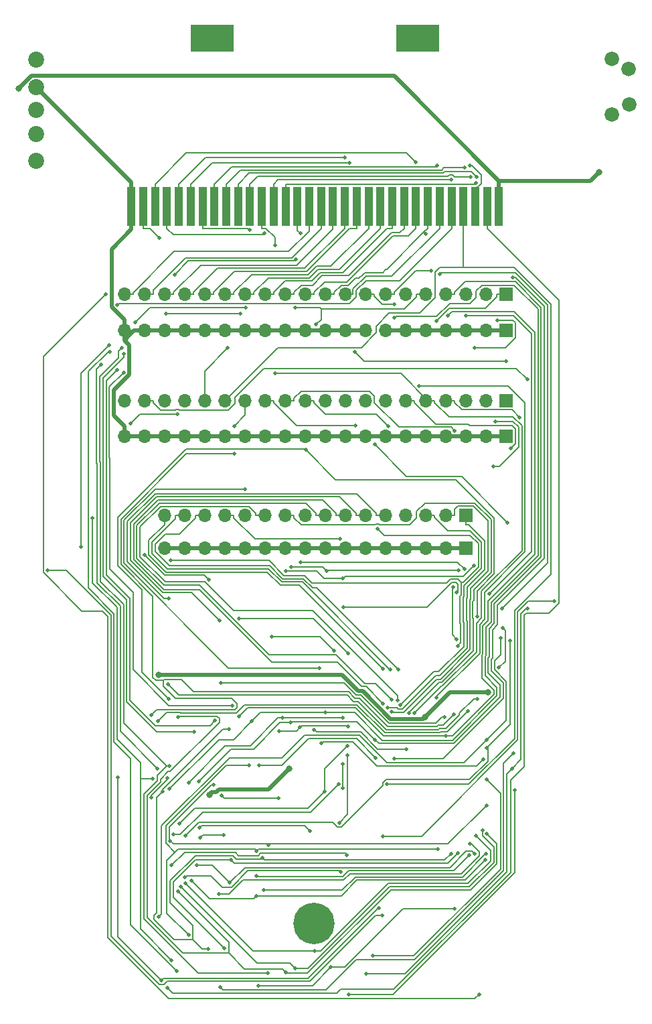
<source format=gbr>
%TF.GenerationSoftware,KiCad,Pcbnew,(6.0.2)*%
%TF.CreationDate,2022-11-18T22:33:18-06:00*%
%TF.ProjectId,REF1395A Optimized,52454631-3339-4354-9120-4f7074696d69,rev?*%
%TF.SameCoordinates,Original*%
%TF.FileFunction,Copper,L2,Bot*%
%TF.FilePolarity,Positive*%
%FSLAX46Y46*%
G04 Gerber Fmt 4.6, Leading zero omitted, Abs format (unit mm)*
G04 Created by KiCad (PCBNEW (6.0.2)) date 2022-11-18 22:33:18*
%MOMM*%
%LPD*%
G01*
G04 APERTURE LIST*
%TA.AperFunction,ComponentPad*%
%ADD10C,5.240000*%
%TD*%
%TA.AperFunction,ComponentPad*%
%ADD11C,1.830000*%
%TD*%
%TA.AperFunction,ComponentPad*%
%ADD12C,2.020000*%
%TD*%
%TA.AperFunction,ComponentPad*%
%ADD13R,1.700000X1.700000*%
%TD*%
%TA.AperFunction,ComponentPad*%
%ADD14O,1.700000X1.700000*%
%TD*%
%TA.AperFunction,SMDPad,CuDef*%
%ADD15R,1.000000X5.000000*%
%TD*%
%TA.AperFunction,SMDPad,CuDef*%
%ADD16R,5.500000X3.500000*%
%TD*%
%TA.AperFunction,ViaPad*%
%ADD17C,0.500000*%
%TD*%
%TA.AperFunction,ViaPad*%
%ADD18C,0.800000*%
%TD*%
%TA.AperFunction,Conductor*%
%ADD19C,0.200000*%
%TD*%
%TA.AperFunction,Conductor*%
%ADD20C,0.500000*%
%TD*%
G04 APERTURE END LIST*
D10*
%TO.P,Hole,1*%
%TO.N,N/C*%
X144577000Y-176279000D03*
%TD*%
D11*
%TO.P,SW1,1,1*%
%TO.N,unconnected-(SW1-Pad1)*%
X182246500Y-67091000D03*
%TO.P,SW1,2,2*%
%TO.N,/GND*%
X184389500Y-68364000D03*
%TO.P,SW1,3,3*%
%TO.N,/Button*%
X184429500Y-72815000D03*
%TO.P,SW1,4,4*%
%TO.N,unconnected-(SW1-Pad4)*%
X182246500Y-74121000D03*
%TD*%
D12*
%TO.P,J3,1,A*%
%TO.N,unconnected-(J3-Pad1)*%
X109476000Y-76511000D03*
%TO.P,J3,2,B*%
%TO.N,/Switch*%
X109479000Y-73538000D03*
%TO.P,J3,3,C*%
%TO.N,/GND*%
X109478000Y-70635000D03*
%TO.P,J3,4*%
%TO.N,N/C*%
X109478000Y-79968000D03*
%TO.P,J3,5*%
X109480000Y-67186000D03*
%TD*%
D13*
%TO.P,J5,1,Pin_1*%
%TO.N,/CE_SST*%
X163781000Y-124759000D03*
D14*
%TO.P,J5,2,Pin_2*%
%TO.N,/CE_V62*%
X161241000Y-124759000D03*
%TO.P,J5,3,Pin_3*%
%TO.N,/Reset*%
X158701000Y-124759000D03*
%TO.P,J5,4,Pin_4*%
%TO.N,/BC847C*%
X156161000Y-124759000D03*
%TO.P,J5,5,Pin_5*%
%TO.N,/WE*%
X153621000Y-124759000D03*
%TO.P,J5,6,Pin_6*%
%TO.N,/OE_V62*%
X151081000Y-124759000D03*
%TO.P,J5,7,Pin_7*%
%TO.N,/Pin_9*%
X148541000Y-124759000D03*
%TO.P,J5,8,Pin_8*%
%TO.N,/Pin_15*%
X146001000Y-124759000D03*
%TO.P,J5,9,Pin_9*%
%TO.N,/Pin_21*%
X143461000Y-124759000D03*
%TO.P,J5,10,Pin_10*%
%TO.N,/Pin_22*%
X140921000Y-124759000D03*
%TO.P,J5,11,Pin_11*%
%TO.N,/Pin_24*%
X138381000Y-124759000D03*
%TO.P,J5,12,Pin_12*%
%TO.N,/Pin_44*%
X135841000Y-124759000D03*
%TO.P,J5,13,Pin_13*%
%TO.N,/Pin_61*%
X133301000Y-124759000D03*
%TO.P,J5,14,Pin_14*%
%TO.N,/Pin_62*%
X130761000Y-124759000D03*
%TO.P,J5,15,Pin_15*%
%TO.N,/Pin_63*%
X128221000Y-124759000D03*
%TO.P,J5,16,Pin_16*%
%TO.N,/Pin_64*%
X125681000Y-124759000D03*
%TD*%
D15*
%TO.P,J2,1,+5V*%
%TO.N,/VCC*%
X167981000Y-85663000D03*
%TO.P,J2,2,Clock*%
%TO.N,/Clk*%
X166481000Y-85663000D03*
%TO.P,J2,3,Write*%
%TO.N,/Wr_Game*%
X164981000Y-85663000D03*
%TO.P,J2,4,Read*%
%TO.N,/Rd_Game*%
X163481000Y-85663000D03*
%TO.P,J2,5,CS*%
%TO.N,/CS*%
X161981000Y-85663000D03*
%TO.P,J2,6,A0*%
%TO.N,/A0*%
X160481000Y-85663000D03*
%TO.P,J2,7,A1*%
%TO.N,/A1*%
X158981000Y-85663000D03*
%TO.P,J2,8,A2*%
%TO.N,/A2*%
X157481000Y-85663000D03*
%TO.P,J2,9,A3*%
%TO.N,/A3*%
X155981000Y-85663000D03*
%TO.P,J2,10,A4*%
%TO.N,/A4*%
X154481000Y-85663000D03*
%TO.P,J2,11,A5*%
%TO.N,/A5*%
X152981000Y-85663000D03*
%TO.P,J2,12,A6*%
%TO.N,/A6*%
X151481000Y-85663000D03*
%TO.P,J2,13,A7*%
%TO.N,/A7*%
X149981000Y-85663000D03*
%TO.P,J2,14,A8*%
%TO.N,/A8*%
X148481000Y-85663000D03*
%TO.P,J2,15,A9*%
%TO.N,/A9*%
X146981000Y-85663000D03*
%TO.P,J2,16,A10*%
%TO.N,/A10*%
X145481000Y-85663000D03*
%TO.P,J2,17,A11*%
%TO.N,/A11*%
X143981000Y-85663000D03*
%TO.P,J2,18,A12*%
%TO.N,/A12*%
X142481000Y-85663000D03*
%TO.P,J2,19,A13*%
%TO.N,/A13*%
X140981000Y-85663000D03*
%TO.P,J2,20,A14*%
%TO.N,/A14*%
X139481000Y-85663000D03*
%TO.P,J2,21,A15*%
%TO.N,/A15_Game*%
X137981000Y-85663000D03*
%TO.P,J2,22,Data_0*%
%TO.N,/D0*%
X136481000Y-85663000D03*
%TO.P,J2,23,Data_1*%
%TO.N,/D1*%
X134981000Y-85663000D03*
%TO.P,J2,24,Data_2*%
%TO.N,/D2*%
X133481000Y-85663000D03*
%TO.P,J2,25,Data_3*%
%TO.N,/D3*%
X131981000Y-85663000D03*
%TO.P,J2,26,Data_4*%
%TO.N,/D4*%
X130481000Y-85663000D03*
%TO.P,J2,27,Data_5*%
%TO.N,/D5*%
X128981000Y-85663000D03*
%TO.P,J2,28,Data_6*%
%TO.N,/D6*%
X127481000Y-85663000D03*
%TO.P,J2,29,Data_7*%
%TO.N,/D7*%
X125981000Y-85663000D03*
%TO.P,J2,30,Reset*%
%TO.N,/Reset*%
X124481000Y-85663000D03*
%TO.P,J2,31,Audio*%
%TO.N,/Audio*%
X122981000Y-85663000D03*
%TO.P,J2,32,GND*%
%TO.N,/GND*%
X121481000Y-85663000D03*
D16*
%TO.P,J2,SHIELD_3*%
%TO.N,N/C*%
X157731000Y-64413000D03*
%TO.P,J2,SHIELD_4*%
X131731000Y-64413000D03*
%TD*%
D13*
%TO.P,J4,1,Pin_1*%
%TO.N,/GND*%
X163781000Y-128863000D03*
D14*
%TO.P,J4,2,Pin_2*%
X161241000Y-128863000D03*
%TO.P,J4,3,Pin_3*%
X158701000Y-128863000D03*
%TO.P,J4,4,Pin_4*%
X156161000Y-128863000D03*
%TO.P,J4,5,Pin_5*%
X153621000Y-128863000D03*
%TO.P,J4,6,Pin_6*%
X151081000Y-128863000D03*
%TO.P,J4,7,Pin_7*%
X148541000Y-128863000D03*
%TO.P,J4,8,Pin_8*%
X146001000Y-128863000D03*
%TO.P,J4,9,Pin_9*%
X143461000Y-128863000D03*
%TO.P,J4,10,Pin_10*%
X140921000Y-128863000D03*
%TO.P,J4,11,Pin_11*%
X138381000Y-128863000D03*
%TO.P,J4,12,Pin_12*%
X135841000Y-128863000D03*
%TO.P,J4,13,Pin_13*%
X133301000Y-128863000D03*
%TO.P,J4,14,Pin_14*%
X130761000Y-128863000D03*
%TO.P,J4,15,Pin_15*%
X128221000Y-128863000D03*
%TO.P,J4,16,Pin_16*%
X125681000Y-128863000D03*
%TD*%
D13*
%TO.P,J8,1,Pin_1*%
%TO.N,/GND*%
X168856000Y-101324700D03*
D14*
%TO.P,J8,2,Pin_2*%
X166316000Y-101324700D03*
%TO.P,J8,3,Pin_3*%
X163776000Y-101324700D03*
%TO.P,J8,4,Pin_4*%
X161236000Y-101324700D03*
%TO.P,J8,5,Pin_5*%
X158696000Y-101324700D03*
%TO.P,J8,6,Pin_6*%
X156156000Y-101324700D03*
%TO.P,J8,7,Pin_7*%
X153616000Y-101324700D03*
%TO.P,J8,8,Pin_8*%
X151076000Y-101324700D03*
%TO.P,J8,9,Pin_9*%
X148536000Y-101324700D03*
%TO.P,J8,10,Pin_10*%
X145996000Y-101324700D03*
%TO.P,J8,11,Pin_11*%
X143456000Y-101324700D03*
%TO.P,J8,12,Pin_12*%
X140916000Y-101324700D03*
%TO.P,J8,13,Pin_13*%
X138376000Y-101324700D03*
%TO.P,J8,14,Pin_14*%
X135836000Y-101324700D03*
%TO.P,J8,15,Pin_15*%
X133296000Y-101324700D03*
%TO.P,J8,16,Pin_16*%
X130756000Y-101324700D03*
%TO.P,J8,17,Pin_17*%
X128216000Y-101324700D03*
%TO.P,J8,18,Pin_18*%
X125676000Y-101324700D03*
%TO.P,J8,19,Pin_19*%
X123136000Y-101324700D03*
%TO.P,J8,20,Pin_20*%
X120596000Y-101324700D03*
%TD*%
D13*
%TO.P,J7,1,Pin_1*%
%TO.N,/A12*%
X168856000Y-110228000D03*
D14*
%TO.P,J7,2,Pin_2*%
%TO.N,/A13*%
X166316000Y-110228000D03*
%TO.P,J7,3,Pin_3*%
%TO.N,/A14*%
X163776000Y-110228000D03*
%TO.P,J7,4,Pin_4*%
%TO.N,/A15_Sys*%
X161236000Y-110228000D03*
%TO.P,J7,5,Pin_5*%
%TO.N,/A15_Game*%
X158696000Y-110228000D03*
%TO.P,J7,6,Pin_6*%
%TO.N,/A13_SST*%
X156156000Y-110228000D03*
%TO.P,J7,7,Pin_7*%
%TO.N,/A14_SST*%
X153616000Y-110228000D03*
%TO.P,J7,8,Pin_8*%
%TO.N,/A15_SST*%
X151076000Y-110228000D03*
%TO.P,J7,9,Pin_9*%
%TO.N,/A16_SST*%
X148536000Y-110228000D03*
%TO.P,J7,10,Pin_10*%
%TO.N,/A12_V62*%
X145996000Y-110228000D03*
%TO.P,J7,11,Pin_11*%
%TO.N,/A13_V62*%
X143456000Y-110228000D03*
%TO.P,J7,12,Pin_12*%
%TO.N,/A14_V62*%
X140916000Y-110228000D03*
%TO.P,J7,13,Pin_13*%
%TO.N,/A15_V62*%
X138376000Y-110228000D03*
%TO.P,J7,14,Pin_14*%
%TO.N,/A16_V62*%
X135836000Y-110228000D03*
%TO.P,J7,15,Pin_15*%
%TO.N,/Rd_Game*%
X133296000Y-110228000D03*
%TO.P,J7,16,Pin_16*%
%TO.N,/Wr_Game*%
X130756000Y-110228000D03*
%TO.P,J7,17,Pin_17*%
%TO.N,/Rd_Sys*%
X128216000Y-110228000D03*
%TO.P,J7,18,Pin_18*%
%TO.N,/Wr_Sys*%
X125676000Y-110228000D03*
%TO.P,J7,19,Pin_19*%
%TO.N,/Button*%
X123136000Y-110228000D03*
%TO.P,J7,20,Pin_20*%
%TO.N,/Switch*%
X120596000Y-110228000D03*
%TD*%
D13*
%TO.P,J6,1,Pin_1*%
%TO.N,/GND*%
X168856000Y-114754700D03*
D14*
%TO.P,J6,2,Pin_2*%
X166316000Y-114754700D03*
%TO.P,J6,3,Pin_3*%
X163776000Y-114754700D03*
%TO.P,J6,4,Pin_4*%
X161236000Y-114754700D03*
%TO.P,J6,5,Pin_5*%
X158696000Y-114754700D03*
%TO.P,J6,6,Pin_6*%
X156156000Y-114754700D03*
%TO.P,J6,7,Pin_7*%
X153616000Y-114754700D03*
%TO.P,J6,8,Pin_8*%
X151076000Y-114754700D03*
%TO.P,J6,9,Pin_9*%
X148536000Y-114754700D03*
%TO.P,J6,10,Pin_10*%
X145996000Y-114754700D03*
%TO.P,J6,11,Pin_11*%
X143456000Y-114754700D03*
%TO.P,J6,12,Pin_12*%
X140916000Y-114754700D03*
%TO.P,J6,13,Pin_13*%
X138376000Y-114754700D03*
%TO.P,J6,14,Pin_14*%
X135836000Y-114754700D03*
%TO.P,J6,15,Pin_15*%
X133296000Y-114754700D03*
%TO.P,J6,16,Pin_16*%
X130756000Y-114754700D03*
%TO.P,J6,17,Pin_17*%
X128216000Y-114754700D03*
%TO.P,J6,18,Pin_18*%
X125676000Y-114754700D03*
%TO.P,J6,19,Pin_19*%
X123136000Y-114754700D03*
%TO.P,J6,20,Pin_20*%
X120596000Y-114754700D03*
%TD*%
D13*
%TO.P,J9,1,Pin_1*%
%TO.N,/D0*%
X168856000Y-96798000D03*
D14*
%TO.P,J9,2,Pin_2*%
%TO.N,/D1*%
X166316000Y-96798000D03*
%TO.P,J9,3,Pin_3*%
%TO.N,/D2*%
X163776000Y-96798000D03*
%TO.P,J9,4,Pin_4*%
%TO.N,/D3*%
X161236000Y-96798000D03*
%TO.P,J9,5,Pin_5*%
%TO.N,/D4*%
X158696000Y-96798000D03*
%TO.P,J9,6,Pin_6*%
%TO.N,/D5*%
X156156000Y-96798000D03*
%TO.P,J9,7,Pin_7*%
%TO.N,/D6*%
X153616000Y-96798000D03*
%TO.P,J9,8,Pin_8*%
%TO.N,/D7*%
X151076000Y-96798000D03*
%TO.P,J9,9,Pin_9*%
%TO.N,/A0*%
X148536000Y-96798000D03*
%TO.P,J9,10,Pin_10*%
%TO.N,/A1*%
X145996000Y-96798000D03*
%TO.P,J9,11,Pin_11*%
%TO.N,/A2*%
X143456000Y-96798000D03*
%TO.P,J9,12,Pin_12*%
%TO.N,/A3*%
X140916000Y-96798000D03*
%TO.P,J9,13,Pin_13*%
%TO.N,/A4*%
X138376000Y-96798000D03*
%TO.P,J9,14,Pin_14*%
%TO.N,/A5*%
X135836000Y-96798000D03*
%TO.P,J9,15,Pin_15*%
%TO.N,/A6*%
X133296000Y-96798000D03*
%TO.P,J9,16,Pin_16*%
%TO.N,/A7*%
X130756000Y-96798000D03*
%TO.P,J9,17,Pin_17*%
%TO.N,/A8*%
X128216000Y-96798000D03*
%TO.P,J9,18,Pin_18*%
%TO.N,/A9*%
X125676000Y-96798000D03*
%TO.P,J9,19,Pin_19*%
%TO.N,/A10*%
X123136000Y-96798000D03*
%TO.P,J9,20,Pin_20*%
%TO.N,/A11*%
X120596000Y-96798000D03*
%TD*%
D17*
%TO.N,/D0*%
X148324000Y-136339500D03*
X137638500Y-156300600D03*
X162618400Y-134461400D03*
X164358200Y-82002100D03*
X167984500Y-143986000D03*
X168449600Y-138918600D03*
X152397700Y-155348600D03*
X160059300Y-100179500D03*
%TO.N,/D1*%
X164926200Y-103590100D03*
X167231800Y-118573500D03*
X164821400Y-131059700D03*
X148256800Y-132721700D03*
X167745700Y-100052400D03*
X165158700Y-81981800D03*
X167516200Y-112871300D03*
X141029000Y-131795900D03*
%TO.N,/D2*%
X148870000Y-151371400D03*
X142890100Y-130641500D03*
X142831900Y-151500400D03*
X166749800Y-134650000D03*
X140055800Y-160434800D03*
X132853400Y-160092900D03*
X163776000Y-99533100D03*
X163610300Y-131518500D03*
X140169500Y-151966200D03*
X163600200Y-80783400D03*
%TO.N,/D3*%
X160159400Y-80535700D03*
X152288300Y-153075700D03*
X129992000Y-158354100D03*
X130074600Y-164216300D03*
X141576900Y-150908800D03*
X144103900Y-164613800D03*
%TO.N,/D4*%
X136451300Y-88687800D03*
X142186000Y-98500500D03*
X144844900Y-100622700D03*
X140593700Y-150331300D03*
X148250100Y-150261500D03*
X128724000Y-158495200D03*
%TO.N,/D5*%
X127588100Y-163677800D03*
X149093900Y-80151100D03*
X139201400Y-140018500D03*
X147116800Y-141807000D03*
X148770200Y-153888400D03*
X145942400Y-159635900D03*
%TO.N,/D6*%
X148428700Y-79480900D03*
X146148500Y-131721600D03*
X128274800Y-170411300D03*
X168329100Y-136513700D03*
X160484200Y-94207100D03*
X141720600Y-131241300D03*
X159382600Y-93858700D03*
X148838600Y-155057500D03*
X147780600Y-163557100D03*
X147953900Y-169775300D03*
X162890800Y-131645300D03*
%TO.N,/D7*%
X136731100Y-150735500D03*
X126322900Y-159263300D03*
X154729000Y-98036500D03*
X145982200Y-149645300D03*
X154729000Y-99736900D03*
X148234700Y-156161300D03*
X138332500Y-89091300D03*
X148243300Y-159148800D03*
%TO.N,/Pin_9*%
X153317700Y-148496600D03*
D18*
%TO.N,/GND*%
X141477500Y-156722000D03*
X131356700Y-160012700D03*
D17*
%TO.N,/CE_SST*%
X147673900Y-158682600D03*
X126827900Y-165039600D03*
X153865900Y-149044900D03*
%TO.N,/CE_V62*%
X135096500Y-137724600D03*
X154361100Y-149540000D03*
X148899800Y-142151700D03*
%TO.N,/Rd_Game*%
X153844000Y-158718700D03*
%TO.N,/Wr_Game*%
X133663300Y-103578900D03*
X154699900Y-155424400D03*
X169735200Y-94645200D03*
X164341400Y-80535500D03*
%TO.N,/Pin_15*%
X154426800Y-148049600D03*
%TO.N,/Rd_Sys*%
X148761300Y-167666100D03*
X126556200Y-168948000D03*
X121366000Y-113115200D03*
X124199100Y-158001200D03*
X116592300Y-125039100D03*
X127315200Y-111924300D03*
X126567500Y-180907800D03*
%TO.N,/Reset*%
X155509400Y-148682000D03*
X157426000Y-80132400D03*
%TO.N,/Switch*%
X153182900Y-175283700D03*
X110882600Y-131669100D03*
%TO.N,/Wr_Sys*%
X152813100Y-174316100D03*
X125248000Y-183457700D03*
X119761600Y-157838000D03*
%TO.N,/Button*%
X153267000Y-165255500D03*
X171554600Y-107569600D03*
X175002000Y-135570600D03*
%TO.N,/Pin_21*%
X144611100Y-151841200D03*
X156284500Y-154261000D03*
%TO.N,/Pin_22*%
X156585000Y-149728200D03*
%TO.N,/A15_Game*%
X139646000Y-106790200D03*
X139646000Y-90629700D03*
X157289900Y-149692300D03*
%TO.N,/Pin_24*%
X155127000Y-148074100D03*
D18*
%TO.N,/VCC*%
X166571300Y-147053800D03*
X180680600Y-81348500D03*
X107230100Y-70769100D03*
X124896500Y-144838300D03*
X158601000Y-150242400D03*
D17*
%TO.N,/A0*%
X136357500Y-156293500D03*
X160267000Y-166917800D03*
X128713800Y-177736400D03*
X137334500Y-167112000D03*
%TO.N,/A1*%
X161513000Y-99506800D03*
X130169400Y-165428800D03*
X161267000Y-152595100D03*
X135050500Y-150158600D03*
X133155200Y-165087100D03*
X158741700Y-89198300D03*
%TO.N,/A2*%
X138047400Y-167987300D03*
X142327200Y-92415800D03*
X131185800Y-179481700D03*
X133822500Y-151727300D03*
X117692500Y-105655700D03*
X124796100Y-156706000D03*
X126984100Y-94305100D03*
X125418500Y-159611800D03*
X161895500Y-167465400D03*
%TO.N,/A3*%
X121979700Y-100363500D03*
X120501900Y-106680100D03*
X134112200Y-168265800D03*
X135905700Y-98504300D03*
X134253100Y-148738200D03*
X162788700Y-167384400D03*
X133241800Y-179434700D03*
%TO.N,/A4*%
X164226000Y-167684000D03*
X137301400Y-170248000D03*
%TO.N,/A5*%
X135282200Y-99284500D03*
X133933200Y-171157300D03*
X125822100Y-99284500D03*
X129739600Y-168895400D03*
X120512300Y-104328700D03*
X164926200Y-167484900D03*
X129386200Y-152046600D03*
%TO.N,/A6*%
X137312900Y-172789000D03*
X166272400Y-168262000D03*
X129040100Y-170838700D03*
%TO.N,/A7*%
X166340200Y-167492500D03*
X138701500Y-182581500D03*
X120242600Y-103578900D03*
X126308800Y-156401200D03*
X138247500Y-172096600D03*
%TO.N,/A8*%
X141056200Y-182497400D03*
X166434500Y-164959300D03*
X127376600Y-150221200D03*
X127348000Y-172237600D03*
%TO.N,/A9*%
X127735200Y-171634600D03*
X165871300Y-164507100D03*
X142166200Y-181950900D03*
%TO.N,/A10*%
X131847000Y-158744600D03*
X138840100Y-166342400D03*
X166440400Y-161360500D03*
X126396400Y-165873800D03*
X119716900Y-106322700D03*
X132051100Y-150659200D03*
%TO.N,/A11*%
X124002300Y-160380100D03*
X123144100Y-129692800D03*
X144661300Y-179749300D03*
X118693900Y-103231300D03*
X126037400Y-157949900D03*
X115142100Y-128741400D03*
X131285500Y-132852300D03*
X128281300Y-171190400D03*
X165097900Y-165229200D03*
%TO.N,/A12*%
X142867800Y-89122400D03*
X149702700Y-104083600D03*
X162331500Y-174461200D03*
X168856000Y-105284200D03*
X146716900Y-181819100D03*
X137579500Y-184150400D03*
%TO.N,/A13*%
X165037500Y-82698300D03*
X170003500Y-159398600D03*
X148967300Y-185229900D03*
%TO.N,/A14*%
X152061600Y-180351800D03*
X166427900Y-158093900D03*
X161889700Y-82305300D03*
%TO.N,/A15_Sys*%
X169601200Y-156735500D03*
X151145600Y-182601700D03*
X171595300Y-136521300D03*
X170582900Y-112342600D03*
%TO.N,/Pin_44*%
X166007800Y-155534800D03*
X145544400Y-153471800D03*
X135841000Y-121416200D03*
X145220800Y-143989800D03*
%TO.N,/A13_SST*%
X166432800Y-154089900D03*
X128328300Y-165184700D03*
X169464900Y-116282200D03*
X169395800Y-140518400D03*
%TO.N,/A14_SST*%
X124899800Y-175482100D03*
X166423300Y-153088300D03*
X168197400Y-140251500D03*
%TO.N,/A15_SST*%
X157909900Y-108345800D03*
X164317000Y-166214100D03*
X160061600Y-147762800D03*
X132532000Y-172580400D03*
%TO.N,/A16_SST*%
X152245900Y-115747400D03*
X169791800Y-154792300D03*
X169080100Y-125630800D03*
X132734800Y-184369000D03*
%TO.N,/A12_V62*%
X165228300Y-137488700D03*
X143526200Y-116464300D03*
X126190300Y-147922400D03*
%TO.N,/A13_V62*%
X165267000Y-147953100D03*
X126110000Y-146060700D03*
X153933200Y-113444600D03*
%TO.N,/A14_V62*%
X164028100Y-149471900D03*
X124855500Y-150731600D03*
X162391100Y-114024100D03*
X162218300Y-133761200D03*
X162593400Y-140364700D03*
%TO.N,/A15_V62*%
X126433100Y-130432200D03*
X149790900Y-113375800D03*
X152610300Y-126416500D03*
X162782800Y-141216400D03*
%TO.N,/A16_V62*%
X123967000Y-149986800D03*
X162267000Y-149879900D03*
X134463700Y-116917200D03*
X134463700Y-113432600D03*
%TO.N,/WE*%
X126207500Y-135249300D03*
%TO.N,/OE_V62*%
X161074500Y-150201000D03*
X132798100Y-145911400D03*
X132657700Y-138043900D03*
%TO.N,/Pin_61*%
X147875800Y-127684400D03*
%TO.N,/Pin_62*%
X155267000Y-144186800D03*
%TO.N,/Pin_63*%
X154267000Y-144183100D03*
%TO.N,/Pin_64*%
X153267000Y-144110100D03*
%TO.N,/Clk*%
X126017300Y-184430000D03*
%TO.N,/CS*%
X119706400Y-98111400D03*
X127213500Y-182340200D03*
X118711600Y-104029300D03*
%TO.N,/Audio*%
X165470100Y-185229900D03*
X124983500Y-89646500D03*
X118217700Y-96753900D03*
%TD*%
D19*
%TO.N,/D0*%
X162768500Y-134311300D02*
X162768500Y-133465400D01*
X149965600Y-152916500D02*
X152397700Y-155348600D01*
X137638500Y-156300600D02*
X140519500Y-156300600D01*
X161990500Y-133211100D02*
X158862100Y-136339500D01*
X137442400Y-81901500D02*
X136481000Y-82862900D01*
X168799600Y-139268600D02*
X168449600Y-138918600D01*
X164358200Y-82002100D02*
X162364500Y-82002100D01*
X167705900Y-96798000D02*
X167705900Y-97085600D01*
X168856000Y-96798000D02*
X167705900Y-96798000D01*
X168799600Y-143170900D02*
X168799600Y-139268600D01*
X162768500Y-133465400D02*
X162514200Y-133211100D01*
X167705900Y-97085600D02*
X166208600Y-98582900D01*
X166208600Y-98582900D02*
X161655900Y-98582900D01*
X136481000Y-85663000D02*
X136481000Y-82862900D01*
X161504900Y-81901500D02*
X137442400Y-81901500D01*
X167984500Y-143986000D02*
X168799600Y-143170900D01*
X161694700Y-81711700D02*
X161504900Y-81901500D01*
X140519500Y-156300600D02*
X143903600Y-152916500D01*
X162074100Y-81711700D02*
X161694700Y-81711700D01*
X162618400Y-134461400D02*
X162768500Y-134311300D01*
X161655900Y-98582900D02*
X160059300Y-100179500D01*
X162514200Y-133211100D02*
X161990500Y-133211100D01*
X143903600Y-152916500D02*
X149965600Y-152916500D01*
X162364500Y-82002100D02*
X162074100Y-81711700D01*
X158862100Y-136339500D02*
X148324000Y-136339500D01*
%TO.N,/D1*%
X167998800Y-118573500D02*
X170470400Y-116101900D01*
X162261800Y-81333600D02*
X162208900Y-81280700D01*
X165158700Y-81981800D02*
X164510500Y-81333600D01*
X170047700Y-100378400D02*
X170047700Y-102300600D01*
X167231800Y-118573500D02*
X167998800Y-118573500D01*
X148256800Y-132721700D02*
X148567600Y-132410900D01*
X170047700Y-102300600D02*
X168758200Y-103590100D01*
X170470400Y-116101900D02*
X170470400Y-113588200D01*
X136342500Y-81501400D02*
X134981000Y-82862900D01*
X134981000Y-85663000D02*
X134981000Y-82862900D01*
X144912900Y-131795900D02*
X145838700Y-132721700D01*
X170470400Y-113588200D02*
X169753500Y-112871300D01*
X161104200Y-81280700D02*
X160883500Y-81501400D01*
X169721700Y-100052400D02*
X170047700Y-100378400D01*
X163495900Y-132410900D02*
X164821400Y-131085400D01*
X164821400Y-131085400D02*
X164821400Y-131059700D01*
X145838700Y-132721700D02*
X148256800Y-132721700D01*
X168758200Y-103590100D02*
X164926200Y-103590100D01*
X160883500Y-81501400D02*
X136342500Y-81501400D01*
X148567600Y-132410900D02*
X163495900Y-132410900D01*
X164510500Y-81333600D02*
X162261800Y-81333600D01*
X167745700Y-100052400D02*
X169721700Y-100052400D01*
X169753500Y-112871300D02*
X167516200Y-112871300D01*
X141029000Y-131795900D02*
X144912900Y-131795900D01*
X162208900Y-81280700D02*
X161104200Y-81280700D01*
%TO.N,/D2*%
X142366100Y-151966200D02*
X142831900Y-151500400D01*
X161035700Y-80783400D02*
X160717800Y-81101300D01*
X172104800Y-129295000D02*
X166749800Y-134650000D01*
X133481000Y-84262900D02*
X133481000Y-85663000D01*
X133195300Y-160434800D02*
X140055800Y-160434800D01*
X142831900Y-151500400D02*
X143041200Y-151291100D01*
X162733300Y-130641500D02*
X142890100Y-130641500D01*
X132853400Y-160092900D02*
X133195300Y-160434800D01*
X135242600Y-81101300D02*
X133481000Y-82862900D01*
X148789700Y-151291100D02*
X148870000Y-151371400D01*
X163806800Y-99502300D02*
X169808100Y-99502300D01*
X160717800Y-81101300D02*
X135242600Y-81101300D01*
X163776000Y-99533100D02*
X163806800Y-99502300D01*
X169808100Y-99502300D02*
X172104800Y-101799000D01*
X163600200Y-80783400D02*
X161035700Y-80783400D01*
X140169500Y-151966200D02*
X142366100Y-151966200D01*
X163610300Y-131518500D02*
X162733300Y-130641500D01*
X172104800Y-101799000D02*
X172104800Y-129295000D01*
X133481000Y-84262900D02*
X133481000Y-82862900D01*
X143041200Y-151291100D02*
X148789700Y-151291100D01*
%TO.N,/D3*%
X141576900Y-150908800D02*
X140299000Y-150908800D01*
X143410800Y-163920700D02*
X130370200Y-163920700D01*
X173305100Y-98486700D02*
X170029600Y-95211200D01*
X131981000Y-85663000D02*
X131981000Y-82862900D01*
X152288300Y-153075700D02*
X152757900Y-153545300D01*
X134077000Y-154269100D02*
X129992000Y-158354100D01*
X162386100Y-96510500D02*
X162386100Y-96798000D01*
X152757900Y-153545300D02*
X162269800Y-153545300D01*
X162269800Y-153545300D02*
X168109900Y-147705200D01*
X170029600Y-95211200D02*
X163685400Y-95211200D01*
X167378800Y-135930600D02*
X173305100Y-130004300D01*
X140299000Y-150908800D02*
X136938700Y-154269100D01*
X131981000Y-82862900D02*
X134142700Y-80701200D01*
X134142700Y-80701200D02*
X159993900Y-80701200D01*
X168109900Y-146132500D02*
X166624000Y-144646600D01*
X159993900Y-80701200D02*
X160159400Y-80535700D01*
X150033900Y-150821300D02*
X141664400Y-150821300D01*
X141664400Y-150821300D02*
X141576900Y-150908800D01*
X173305100Y-130004300D02*
X173305100Y-98486700D01*
X161236000Y-96798000D02*
X162386100Y-96798000D01*
X163685400Y-95211200D02*
X162386100Y-96510500D01*
X166744500Y-142625000D02*
X166744500Y-139013700D01*
X130370200Y-163920700D02*
X130074600Y-164216300D01*
X166744500Y-139013700D02*
X167378800Y-138379400D01*
X144103900Y-164613800D02*
X143410800Y-163920700D01*
X166624000Y-142745500D02*
X166744500Y-142625000D01*
X168109900Y-147705200D02*
X168109900Y-146132500D01*
X167378800Y-138379400D02*
X167378800Y-135930600D01*
X166624000Y-144646600D02*
X166624000Y-142745500D01*
X136938700Y-154269100D02*
X134077000Y-154269100D01*
X152288300Y-153075700D02*
X150033900Y-150821300D01*
%TO.N,/D4*%
X145479200Y-98627300D02*
X156004100Y-98627300D01*
X136226600Y-88463100D02*
X136451300Y-88687800D01*
X145479200Y-99988400D02*
X144844900Y-100622700D01*
X136490400Y-153868900D02*
X133350300Y-153868900D01*
X157545900Y-97085500D02*
X157545900Y-96798000D01*
X133350300Y-153868900D02*
X128724000Y-158495200D01*
X130481000Y-85663000D02*
X130481000Y-88463100D01*
X145352400Y-98500500D02*
X142186000Y-98500500D01*
X145479200Y-98627300D02*
X145352400Y-98500500D01*
X140593700Y-150331300D02*
X148180300Y-150331300D01*
X140028000Y-150331300D02*
X136490400Y-153868900D01*
X130481000Y-88463100D02*
X136226600Y-88463100D01*
X140593700Y-150331300D02*
X140028000Y-150331300D01*
X156004100Y-98627300D02*
X157545900Y-97085500D01*
X158696000Y-96798000D02*
X157545900Y-96798000D01*
X148180300Y-150331300D02*
X148250100Y-150261500D01*
X145479200Y-98627300D02*
X145479200Y-99988400D01*
%TO.N,/D5*%
X129509400Y-161756500D02*
X143821800Y-161756500D01*
X143821800Y-161756500D02*
X145942400Y-159635900D01*
X131692800Y-80151100D02*
X128981000Y-82862900D01*
X145942400Y-156716200D02*
X148770200Y-153888400D01*
X149093900Y-80151100D02*
X131692800Y-80151100D01*
X139201400Y-140018500D02*
X145328300Y-140018500D01*
X145328300Y-140018500D02*
X147116800Y-141807000D01*
X127588100Y-163677800D02*
X129509400Y-161756500D01*
X128981000Y-85663000D02*
X128981000Y-82862900D01*
X145942400Y-159635900D02*
X145942400Y-156716200D01*
%TO.N,/D6*%
X147953900Y-169775300D02*
X147821200Y-169642600D01*
X162890800Y-131645300D02*
X146224800Y-131645300D01*
X146224800Y-131645300D02*
X146148500Y-131721600D01*
X132989600Y-171707400D02*
X131556400Y-170274200D01*
X148428700Y-79480900D02*
X130863000Y-79480900D01*
X136225900Y-169642600D02*
X134161100Y-171707400D01*
X174130200Y-130712600D02*
X174130200Y-98180100D01*
X147821200Y-169642600D02*
X136225900Y-169642600D01*
X131556400Y-170274200D02*
X128411900Y-170274200D01*
X170045200Y-94095100D02*
X160596200Y-94095100D01*
X148838600Y-162499100D02*
X148838600Y-155057500D01*
X134161100Y-171707400D02*
X132989600Y-171707400D01*
X130863000Y-79480900D02*
X127481000Y-82862900D01*
X128411900Y-170274200D02*
X128274800Y-170411300D01*
X141720600Y-131241300D02*
X145668200Y-131241300D01*
X147780600Y-163557100D02*
X148838600Y-162499100D01*
X157468700Y-93858700D02*
X159382600Y-93858700D01*
X154766100Y-96561300D02*
X157468700Y-93858700D01*
X160596200Y-94095100D02*
X160484200Y-94207100D01*
X127481000Y-85663000D02*
X127481000Y-82862900D01*
X174130200Y-98180100D02*
X170045200Y-94095100D01*
X153616000Y-96798000D02*
X154766100Y-96798000D01*
X145668200Y-131241300D02*
X146148500Y-131721600D01*
X168329100Y-136513700D02*
X174130200Y-130712600D01*
X154766100Y-96798000D02*
X154766100Y-96561300D01*
%TO.N,/D7*%
X125981000Y-88463100D02*
X126763600Y-89245700D01*
X165802100Y-95647800D02*
X169880300Y-95647800D01*
X125981000Y-85663000D02*
X125981000Y-88463100D01*
X172905000Y-129838600D02*
X166978700Y-135764900D01*
X169880300Y-95647800D02*
X172905000Y-98672500D01*
X126322900Y-159263300D02*
X132529000Y-153057200D01*
X151076000Y-96798000D02*
X152226100Y-96798000D01*
X167709800Y-147539500D02*
X162104100Y-153145200D01*
X154867200Y-99598700D02*
X160074200Y-99598700D01*
X148243300Y-156169900D02*
X148234700Y-156161300D01*
X160074200Y-99598700D02*
X161724700Y-97948200D01*
X162104100Y-153145200D02*
X153236700Y-153145200D01*
X145982200Y-149645300D02*
X137821300Y-149645300D01*
X152226100Y-97036300D02*
X153226300Y-98036500D01*
X166978700Y-138213700D02*
X166344400Y-138848000D01*
X137821300Y-149645300D02*
X136731100Y-150735500D01*
X164319100Y-97948200D02*
X165046000Y-97221300D01*
X152226100Y-96798000D02*
X152226100Y-97036300D01*
X166223900Y-142579800D02*
X166223900Y-144978000D01*
X161724700Y-97948200D02*
X164319100Y-97948200D01*
X165046000Y-97221300D02*
X165046000Y-96403900D01*
X154729000Y-99736900D02*
X154867200Y-99598700D01*
X132529000Y-153057200D02*
X134409500Y-153057200D01*
X153236700Y-153145200D02*
X149736800Y-149645300D01*
X166978700Y-135764900D02*
X166978700Y-138213700D01*
X138178100Y-89245700D02*
X138332500Y-89091300D01*
X149736800Y-149645300D02*
X145982200Y-149645300D01*
X126763600Y-89245700D02*
X138178100Y-89245700D01*
X148243300Y-159148800D02*
X148243300Y-156169900D01*
X134409500Y-153057200D02*
X134409500Y-153057100D01*
X134409500Y-153057100D02*
X136731100Y-150735500D01*
X172905000Y-98672500D02*
X172905000Y-129838600D01*
X167709800Y-146463900D02*
X167709800Y-147539500D01*
X166344400Y-138848000D02*
X166344400Y-142459300D01*
X166344400Y-142459300D02*
X166223900Y-142579800D01*
X166223900Y-144978000D02*
X167709800Y-146463900D01*
X165046000Y-96403900D02*
X165802100Y-95647800D01*
X153226300Y-98036500D02*
X154729000Y-98036500D01*
%TO.N,/Pin_9*%
X153317700Y-148496600D02*
X151167400Y-146346300D01*
X121758700Y-125858700D02*
X124830600Y-122786800D01*
X145706200Y-122786800D02*
X147390900Y-124471500D01*
X130056700Y-134098900D02*
X125583800Y-134098900D01*
X121758700Y-130273800D02*
X121758700Y-125858700D01*
X125583800Y-134098900D02*
X121758700Y-130273800D01*
X148541000Y-124759000D02*
X147390900Y-124759000D01*
X124830600Y-122786800D02*
X145706200Y-122786800D01*
X147390900Y-124471500D02*
X147390900Y-124759000D01*
X147562300Y-143307400D02*
X139265200Y-143307400D01*
X139265200Y-143307400D02*
X130056700Y-134098900D01*
X150601200Y-146346300D02*
X147562300Y-143307400D01*
X151167400Y-146346300D02*
X150601200Y-146346300D01*
D20*
%TO.N,/GND*%
X141477500Y-156722000D02*
X138806700Y-159392800D01*
X138806700Y-159392800D02*
X132563400Y-159392800D01*
X156156000Y-114754700D02*
X158696000Y-114754700D01*
X145996000Y-101324700D02*
X148536000Y-101324700D01*
X156161000Y-128863000D02*
X158701000Y-128863000D01*
X120596000Y-114754700D02*
X123136000Y-114754700D01*
X121835900Y-101384900D02*
X120596000Y-102624800D01*
X158696000Y-101324700D02*
X161236000Y-101324700D01*
X145996000Y-114754700D02*
X148536000Y-114754700D01*
X148536000Y-101324700D02*
X151076000Y-101324700D01*
X125676000Y-101324700D02*
X123136000Y-101324700D01*
X158696000Y-114754700D02*
X161236000Y-114754700D01*
X158701000Y-128863000D02*
X161241000Y-128863000D01*
X143456000Y-101324700D02*
X145996000Y-101324700D01*
X125681000Y-128863000D02*
X128221000Y-128863000D01*
X119291400Y-108898100D02*
X121212400Y-106977100D01*
X148541000Y-128863000D02*
X151081000Y-128863000D01*
X166316000Y-114754700D02*
X168856000Y-114754700D01*
X125676000Y-114754700D02*
X128216000Y-114754700D01*
X131643600Y-159725800D02*
X131356700Y-160012700D01*
X153616000Y-101324700D02*
X156156000Y-101324700D01*
X148536000Y-114754700D02*
X151076000Y-114754700D01*
X120596000Y-101324700D02*
X120596000Y-100024600D01*
X131643600Y-159725700D02*
X131643600Y-159725800D01*
X161241000Y-128863000D02*
X163781000Y-128863000D01*
X133296000Y-101324700D02*
X134535900Y-101324700D01*
X133301000Y-128863000D02*
X130761000Y-128863000D01*
X140916000Y-114754700D02*
X143456000Y-114754700D01*
X156156000Y-101324700D02*
X158696000Y-101324700D01*
X120596000Y-101974700D02*
X120596000Y-102624800D01*
X140921000Y-128863000D02*
X143461000Y-128863000D01*
X119291400Y-112150000D02*
X119291400Y-108898100D01*
X135841000Y-128863000D02*
X138381000Y-128863000D01*
X151076000Y-114754700D02*
X153616000Y-114754700D01*
X130756000Y-101324700D02*
X133296000Y-101324700D01*
X123136000Y-101324700D02*
X121835900Y-101324700D01*
X128216000Y-114754700D02*
X130756000Y-114754700D01*
X120596000Y-113454600D02*
X119291400Y-112150000D01*
X161236000Y-114754700D02*
X163776000Y-114754700D01*
X138376000Y-101324700D02*
X140916000Y-101324700D01*
X143456000Y-114754700D02*
X145996000Y-114754700D01*
X140916000Y-101324700D02*
X143456000Y-101324700D01*
X135836000Y-114754700D02*
X138376000Y-114754700D01*
X163776000Y-114754700D02*
X166316000Y-114754700D01*
X128216000Y-101324700D02*
X125676000Y-101324700D01*
X135836000Y-101324700D02*
X138376000Y-101324700D01*
X119006300Y-98434900D02*
X119006300Y-91087800D01*
X135836000Y-101324700D02*
X134535900Y-101324700D01*
X128216000Y-101324700D02*
X130756000Y-101324700D01*
X151081000Y-128863000D02*
X153621000Y-128863000D01*
X128221000Y-128863000D02*
X130761000Y-128863000D01*
X143461000Y-128863000D02*
X146001000Y-128863000D01*
X121212400Y-106977100D02*
X121212400Y-103241200D01*
X166316000Y-101324700D02*
X168856000Y-101324700D01*
X120596000Y-100024600D02*
X119006300Y-98434900D01*
X153616000Y-114754700D02*
X156156000Y-114754700D01*
X132563400Y-159392800D02*
X132230500Y-159725700D01*
X120596000Y-114754700D02*
X120596000Y-113454600D01*
X109478000Y-70635000D02*
X121481000Y-82638000D01*
X121835900Y-101324700D02*
X121835900Y-101384900D01*
X119006300Y-91087800D02*
X121481000Y-88613100D01*
X161236000Y-101324700D02*
X163776000Y-101324700D01*
X163776000Y-101324700D02*
X166316000Y-101324700D01*
X123136000Y-114754700D02*
X125676000Y-114754700D01*
X153621000Y-128863000D02*
X156161000Y-128863000D01*
X138381000Y-128863000D02*
X140921000Y-128863000D01*
X133301000Y-128863000D02*
X135841000Y-128863000D01*
X146001000Y-128863000D02*
X148541000Y-128863000D01*
X121212400Y-103241200D02*
X120596000Y-102624800D01*
X120596000Y-101324700D02*
X120596000Y-101974700D01*
X133296000Y-114754700D02*
X135836000Y-114754700D01*
X121481000Y-82638000D02*
X121481000Y-85663000D01*
X138376000Y-114754700D02*
X140916000Y-114754700D01*
X130756000Y-114754700D02*
X133296000Y-114754700D01*
X121481000Y-85663000D02*
X121481000Y-88613100D01*
X132230500Y-159725700D02*
X131643600Y-159725700D01*
D19*
%TO.N,/CE_SST*%
X155281600Y-149232100D02*
X155039400Y-148989900D01*
X163977100Y-133815600D02*
X163977100Y-135146300D01*
X163873300Y-135250100D02*
X163873300Y-138043500D01*
X155737300Y-149232100D02*
X155281600Y-149232100D01*
X163873300Y-138043500D02*
X163943800Y-138114000D01*
X153920900Y-148989900D02*
X153865900Y-149044900D01*
X127683800Y-165039600D02*
X130511200Y-162212200D01*
X164128200Y-125909100D02*
X166175100Y-127956000D01*
X155039400Y-148989900D02*
X153920900Y-148989900D01*
X163943800Y-138114000D02*
X163943800Y-141465100D01*
X163977100Y-135146300D02*
X163873300Y-135250100D01*
X144144300Y-162212200D02*
X147673900Y-158682600D01*
X163781000Y-124759000D02*
X163781000Y-125909100D01*
X126827900Y-165039600D02*
X127683800Y-165039600D01*
X166175100Y-127956000D02*
X166175100Y-131617600D01*
X163943800Y-141465100D02*
X160455100Y-144953800D01*
X130511200Y-162212200D02*
X144144300Y-162212200D01*
X160455100Y-144953800D02*
X160015600Y-144953800D01*
X166175100Y-131617600D02*
X163977100Y-133815600D01*
X160015600Y-144953800D02*
X155737300Y-149232100D01*
X163781000Y-125909100D02*
X164128200Y-125909100D01*
%TO.N,/CE_V62*%
X162391100Y-123968300D02*
X162391100Y-124759000D01*
X162797400Y-123562000D02*
X162391100Y-123968300D01*
X155903000Y-149632200D02*
X160099900Y-145435300D01*
X164273400Y-137877800D02*
X164273400Y-135415800D01*
X161241000Y-124759000D02*
X162391100Y-124759000D01*
X164343900Y-137948300D02*
X164273400Y-137877800D01*
X160099900Y-145435300D02*
X160539400Y-145435300D01*
X166575200Y-125417200D02*
X164720000Y-123562000D01*
X154453300Y-149632200D02*
X155903000Y-149632200D01*
X135096500Y-137724600D02*
X144472700Y-137724600D01*
X164377200Y-135312000D02*
X164377200Y-133981300D01*
X164377200Y-133981300D02*
X166575200Y-131783300D01*
X164720000Y-123562000D02*
X162797400Y-123562000D01*
X166575200Y-131783300D02*
X166575200Y-125417200D01*
X144472700Y-137724600D02*
X148899800Y-142151700D01*
X154361100Y-149540000D02*
X154453300Y-149632200D01*
X160539400Y-145435300D02*
X164343900Y-141630800D01*
X164343900Y-141630800D02*
X164343900Y-137948300D01*
X164273400Y-135415800D02*
X164377200Y-135312000D01*
%TO.N,/Rd_Game*%
X164167800Y-158718700D02*
X153844000Y-158718700D01*
X169945900Y-152940600D02*
X164167800Y-158718700D01*
X150565200Y-103526700D02*
X152451700Y-101640200D01*
X152451700Y-100823900D02*
X154088900Y-99186700D01*
X152451700Y-101640200D02*
X152451700Y-100823900D01*
X157940300Y-99186700D02*
X159934100Y-97192900D01*
X174561700Y-98045800D02*
X174561700Y-132140200D01*
X139997300Y-103526700D02*
X150565200Y-103526700D01*
X159934100Y-93973200D02*
X160525300Y-93382000D01*
X159934100Y-97192900D02*
X159934100Y-93973200D01*
X133296000Y-110228000D02*
X139997300Y-103526700D01*
X169945900Y-136756000D02*
X169945900Y-152940600D01*
X160525300Y-93382000D02*
X163481000Y-93382000D01*
X174561700Y-132140200D02*
X169945900Y-136756000D01*
X163481000Y-93382000D02*
X169897900Y-93382000D01*
X169897900Y-93382000D02*
X174561700Y-98045800D01*
X163481000Y-93382000D02*
X163481000Y-85663000D01*
X154088900Y-99186700D02*
X157940300Y-99186700D01*
%TO.N,/Wr_Game*%
X130756000Y-106486200D02*
X133663300Y-103578900D01*
X169735200Y-94645200D02*
X170029400Y-94645200D01*
X170029400Y-94645200D02*
X173707700Y-98323500D01*
X160956500Y-155424400D02*
X154699900Y-155424400D01*
X173707700Y-98323500D02*
X173707700Y-130167500D01*
X168510000Y-147870900D02*
X160956500Y-155424400D01*
X167144600Y-139179400D02*
X167144600Y-142790700D01*
X165723400Y-82790500D02*
X164981000Y-83532900D01*
X167778900Y-138545100D02*
X167144600Y-139179400D01*
X167024100Y-142911200D02*
X167024100Y-144397800D01*
X164981000Y-83532900D02*
X164981000Y-85663000D01*
X167778900Y-136096300D02*
X167778900Y-138545100D01*
X173707700Y-130167500D02*
X167778900Y-136096300D01*
X165723400Y-81730400D02*
X165723400Y-82790500D01*
X164528500Y-80535500D02*
X165723400Y-81730400D01*
X164341400Y-80535500D02*
X164528500Y-80535500D01*
X130756000Y-110228000D02*
X130756000Y-106486200D01*
X167024100Y-144397800D02*
X168510000Y-145883700D01*
X167144600Y-142790700D02*
X167024100Y-142911200D01*
X168510000Y-145883700D02*
X168510000Y-147870900D01*
%TO.N,/Pin_15*%
X122158800Y-130108100D02*
X122158800Y-126024400D01*
X138881000Y-142357200D02*
X130081100Y-133557300D01*
X143566400Y-123186900D02*
X144850900Y-124471400D01*
X144850900Y-124471400D02*
X144850900Y-124759000D01*
X130081100Y-133557300D02*
X125608000Y-133557300D01*
X150970500Y-145946200D02*
X147381500Y-142357200D01*
X122158800Y-126024400D02*
X124996300Y-123186900D01*
X152323400Y-145946200D02*
X150970500Y-145946200D01*
X154426800Y-148049600D02*
X152323400Y-145946200D01*
X125608000Y-133557300D02*
X122158800Y-130108100D01*
X147381500Y-142357200D02*
X138881000Y-142357200D01*
X124996300Y-123186900D02*
X143566400Y-123186900D01*
X146001000Y-124759000D02*
X144850900Y-124759000D01*
%TO.N,/Rd_Sys*%
X134628100Y-167308800D02*
X128195400Y-167308800D01*
X137547900Y-167708900D02*
X135028200Y-167708900D01*
X137819600Y-167437200D02*
X137547900Y-167708900D01*
X119693300Y-136356300D02*
X116592300Y-133255300D01*
X148761300Y-167666100D02*
X148532400Y-167437200D01*
X122629500Y-158001200D02*
X122629500Y-155939800D01*
X122629500Y-176969800D02*
X126567500Y-180907800D01*
X148532400Y-167437200D02*
X137819600Y-167437200D01*
X116592300Y-133255300D02*
X116592300Y-125039100D01*
X122629500Y-158001200D02*
X122629500Y-176969800D01*
X122629500Y-155939800D02*
X119693300Y-153003600D01*
X122629500Y-158001200D02*
X124199100Y-158001200D01*
X119693300Y-153003600D02*
X119693300Y-136356300D01*
X122556900Y-111924300D02*
X121366000Y-113115200D01*
X127315200Y-111924300D02*
X122556900Y-111924300D01*
X135028200Y-167708900D02*
X134628100Y-167308800D01*
X128195400Y-167308800D02*
X126556200Y-168948000D01*
%TO.N,/Reset*%
X163473200Y-138209200D02*
X163543700Y-138279700D01*
X163568700Y-134988900D02*
X163473200Y-135084400D01*
X163543700Y-138279700D02*
X163543700Y-141299400D01*
X128413100Y-78930800D02*
X156224400Y-78930800D01*
X156224400Y-78930800D02*
X157426000Y-80132400D01*
X159851100Y-124997300D02*
X161509600Y-126655800D01*
X163473200Y-135084400D02*
X163473200Y-138209200D01*
X124481000Y-82862900D02*
X128413100Y-78930800D01*
X163568700Y-133658200D02*
X163568700Y-134988900D01*
X164309100Y-126655800D02*
X165775000Y-128121700D01*
X159697600Y-144493800D02*
X155509400Y-148682000D01*
X158701000Y-124759000D02*
X159851100Y-124759000D01*
X163543700Y-141299400D02*
X160349300Y-144493800D01*
X161509600Y-126655800D02*
X164309100Y-126655800D01*
X160349300Y-144493800D02*
X159697600Y-144493800D01*
X165775000Y-128121700D02*
X165775000Y-131451900D01*
X159851100Y-124759000D02*
X159851100Y-124997300D01*
X165775000Y-131451900D02*
X163568700Y-133658200D01*
X124481000Y-85663000D02*
X124481000Y-82862900D01*
%TO.N,/Switch*%
X118893100Y-177881600D02*
X118893100Y-137327100D01*
X152380500Y-175283700D02*
X144063900Y-183600300D01*
X126069100Y-183600300D02*
X125650400Y-184019000D01*
X125030500Y-184019000D02*
X118893100Y-177881600D01*
X153182900Y-175283700D02*
X152380500Y-175283700D01*
X113235100Y-131669100D02*
X110882600Y-131669100D01*
X118893100Y-137327100D02*
X113235100Y-131669100D01*
X125650400Y-184019000D02*
X125030500Y-184019000D01*
X144063900Y-183600300D02*
X126069100Y-183600300D01*
%TO.N,/Wr_Sys*%
X152813100Y-174316100D02*
X152675600Y-174316100D01*
X125248000Y-183457700D02*
X119761600Y-177971300D01*
X152675600Y-174316100D02*
X143791500Y-183200200D01*
X143791500Y-183200200D02*
X125505500Y-183200200D01*
X125505500Y-183200200D02*
X125248000Y-183457700D01*
X119761600Y-177971300D02*
X119761600Y-157838000D01*
%TO.N,/Button*%
X124286100Y-110515500D02*
X125193500Y-111422900D01*
X127038700Y-111422900D02*
X127087400Y-111374200D01*
X127087400Y-111374200D02*
X127543100Y-111374200D01*
X170346000Y-136921700D02*
X170346000Y-153118900D01*
X127591800Y-111422900D02*
X133759400Y-111422900D01*
X158209400Y-165255500D02*
X153267000Y-165255500D01*
X138214200Y-106188100D02*
X170173100Y-106188100D01*
X127543100Y-111374200D02*
X127591800Y-111422900D01*
X134566000Y-110616300D02*
X134566000Y-109836300D01*
X123136000Y-110228000D02*
X124286100Y-110228000D01*
X170346000Y-153118900D02*
X158209400Y-165255500D01*
X125193500Y-111422900D02*
X127038700Y-111422900D01*
X124286100Y-110228000D02*
X124286100Y-110515500D01*
X175002000Y-135570600D02*
X171697100Y-135570600D01*
X171697100Y-135570600D02*
X170346000Y-136921700D01*
X133759400Y-111422900D02*
X134566000Y-110616300D01*
X134566000Y-109836300D02*
X138214200Y-106188100D01*
X170173100Y-106188100D02*
X171554600Y-107569600D01*
%TO.N,/Pin_21*%
X152654100Y-154261000D02*
X150509400Y-152116300D01*
X156284500Y-154261000D02*
X152654100Y-154261000D01*
X144886200Y-152116300D02*
X144611100Y-151841200D01*
X150509400Y-152116300D02*
X144886200Y-152116300D01*
%TO.N,/Pin_22*%
X164777300Y-134147000D02*
X164777300Y-135477700D01*
X157550900Y-125084500D02*
X157550900Y-124259600D01*
X164885700Y-123161900D02*
X166975300Y-125251500D01*
X160368900Y-145835400D02*
X156585000Y-149619300D01*
X158648600Y-123161900D02*
X164885700Y-123161900D01*
X152382500Y-125866400D02*
X152838200Y-125866400D01*
X166975300Y-125251500D02*
X166975300Y-131949000D01*
X140921000Y-124759000D02*
X142071100Y-124759000D01*
X142956000Y-125931400D02*
X152317500Y-125931400D01*
X152903200Y-125931400D02*
X156704000Y-125931400D01*
X142071100Y-125046500D02*
X142956000Y-125931400D01*
X142071100Y-124759000D02*
X142071100Y-125046500D01*
X152317500Y-125931400D02*
X152382500Y-125866400D01*
X166975300Y-131949000D02*
X164777300Y-134147000D01*
X164744000Y-137782600D02*
X164744000Y-141796500D01*
X160705100Y-145835400D02*
X160368900Y-145835400D01*
X156585000Y-149619300D02*
X156585000Y-149728200D01*
X164673500Y-137712100D02*
X164744000Y-137782600D01*
X164777300Y-135477700D02*
X164673500Y-135581500D01*
X156704000Y-125931400D02*
X157550900Y-125084500D01*
X164673500Y-135581500D02*
X164673500Y-137712100D01*
X164744000Y-141796500D02*
X160705100Y-145835400D01*
X152838200Y-125866400D02*
X152903200Y-125931400D01*
X157550900Y-124259600D02*
X158648600Y-123161900D01*
%TO.N,/A15_Game*%
X160870800Y-146235500D02*
X160746700Y-146235500D01*
X165778400Y-137716500D02*
X165144100Y-138350800D01*
X137981000Y-85663000D02*
X137981000Y-88463100D01*
X170870500Y-129185400D02*
X165778400Y-134277500D01*
X139646000Y-89600500D02*
X139646000Y-90629700D01*
X161639300Y-112259500D02*
X169707600Y-112259500D01*
X155559400Y-106790200D02*
X158997200Y-110228000D01*
X159846100Y-110466300D02*
X161639300Y-112259500D01*
X165144100Y-141962200D02*
X160870800Y-146235500D01*
X160746700Y-146235500D02*
X157289900Y-149692300D01*
X169707600Y-112259500D02*
X170870500Y-113422400D01*
X159271100Y-110228000D02*
X159846100Y-110228000D01*
X138508600Y-88463100D02*
X139646000Y-89600500D01*
X159846100Y-110228000D02*
X159846100Y-110466300D01*
X159271100Y-110228000D02*
X158997200Y-110228000D01*
X137981000Y-88463100D02*
X138508600Y-88463100D01*
X165144100Y-138350800D02*
X165144100Y-141962200D01*
X139646000Y-106790200D02*
X155559400Y-106790200D01*
X158696000Y-110228000D02*
X158997200Y-110228000D01*
X170870500Y-113422400D02*
X170870500Y-129185400D01*
X165778400Y-134277500D02*
X165778400Y-137716500D01*
%TO.N,/Pin_24*%
X155127000Y-147542600D02*
X144372400Y-136788000D01*
X137230900Y-124471500D02*
X137230900Y-124759000D01*
X125180500Y-123592100D02*
X136351500Y-123592100D01*
X130754100Y-133098700D02*
X125755500Y-133098700D01*
X155127000Y-148074100D02*
X155127000Y-147542600D01*
X134443400Y-136788000D02*
X130754100Y-133098700D01*
X138381000Y-124759000D02*
X137230900Y-124759000D01*
X122593900Y-129937100D02*
X122593900Y-126178700D01*
X122593900Y-126178700D02*
X125180500Y-123592100D01*
X125755500Y-133098700D02*
X122593900Y-129937100D01*
X144372400Y-136788000D02*
X134443400Y-136788000D01*
X136351500Y-123592100D02*
X137230900Y-124471500D01*
D20*
%TO.N,/VCC*%
X154699600Y-69168200D02*
X167981000Y-82449600D01*
X150727100Y-146896400D02*
X150161200Y-146896400D01*
X154259000Y-150428300D02*
X150727100Y-146896400D01*
X179579500Y-82449600D02*
X180680600Y-81348500D01*
X158601000Y-150242400D02*
X158415100Y-150428300D01*
X158415100Y-150428300D02*
X154259000Y-150428300D01*
X148103100Y-144838300D02*
X124896500Y-144838300D01*
X167981000Y-82449600D02*
X179579500Y-82449600D01*
X161789600Y-147053800D02*
X158601000Y-150242400D01*
X167981000Y-82899600D02*
X167981000Y-82449600D01*
X150161200Y-146896400D02*
X148103100Y-144838300D01*
X166571300Y-147053800D02*
X161789600Y-147053800D01*
X108831000Y-69168200D02*
X154699600Y-69168200D01*
X167981000Y-85663000D02*
X167981000Y-82899600D01*
X107230100Y-70769100D02*
X108831000Y-69168200D01*
D19*
%TO.N,/A0*%
X125982300Y-175004900D02*
X128713800Y-177736400D01*
X160481000Y-85663000D02*
X160481000Y-88463100D01*
X126985100Y-167310400D02*
X125843400Y-166168800D01*
X148536000Y-96798000D02*
X149520400Y-96798000D01*
X137334500Y-167112000D02*
X137528700Y-166917800D01*
X125843400Y-163970000D02*
X133519900Y-156293500D01*
X160481000Y-88463100D02*
X154428700Y-94515400D01*
X127386800Y-166908700D02*
X126985100Y-167310400D01*
X149520400Y-96149500D02*
X149520400Y-96798000D01*
X154428700Y-94515400D02*
X151154500Y-94515400D01*
X125843400Y-166168800D02*
X125843400Y-163970000D01*
X133519900Y-156293500D02*
X136357500Y-156293500D01*
X137528700Y-166917800D02*
X160267000Y-166917800D01*
X125982300Y-168313200D02*
X125982300Y-175004900D01*
X126985100Y-167310400D02*
X125982300Y-168313200D01*
X151154500Y-94515400D02*
X149520400Y-96149500D01*
X137131200Y-166908700D02*
X127386800Y-166908700D01*
X137334500Y-167112000D02*
X137131200Y-166908700D01*
%TO.N,/A1*%
X153792800Y-93651300D02*
X153654600Y-93651300D01*
X153654600Y-93651300D02*
X153254500Y-94051400D01*
X165812700Y-145305000D02*
X165812700Y-142425200D01*
X148890500Y-95647900D02*
X148039600Y-95647900D01*
X167309700Y-147373800D02*
X167309700Y-146802000D01*
X150643600Y-94447600D02*
X150639200Y-94447600D01*
X150975900Y-94115300D02*
X150643600Y-94447600D01*
X165812700Y-142425200D02*
X165944300Y-142293600D01*
X158981000Y-88463100D02*
X158493800Y-88950300D01*
X161267000Y-152578800D02*
X161267000Y-152595100D01*
X169854600Y-98983000D02*
X162036800Y-98983000D01*
X150472300Y-94515400D02*
X150249300Y-94738400D01*
X172504900Y-129672900D02*
X172504900Y-101633300D01*
X150571400Y-94515400D02*
X150472300Y-94515400D01*
X151717600Y-94115300D02*
X150975900Y-94115300D01*
X151781500Y-94051400D02*
X151717600Y-94115300D01*
X130511100Y-165087100D02*
X133155200Y-165087100D01*
X148039600Y-95647900D02*
X147146100Y-96541400D01*
X149836400Y-149046900D02*
X153368300Y-152578800D01*
X149800000Y-94738400D02*
X148890500Y-95647900D01*
X166578600Y-138048000D02*
X166578600Y-135599200D01*
X162104700Y-152578800D02*
X167309700Y-147373800D01*
X135050500Y-150158600D02*
X136162200Y-149046900D01*
X150639200Y-94447600D02*
X150571400Y-94515400D01*
X153368300Y-152578800D02*
X161267000Y-152578800D01*
X158493800Y-88950300D02*
X158741700Y-89198300D01*
X166578600Y-135599200D02*
X172504900Y-129672900D01*
X130169400Y-165428800D02*
X130511100Y-165087100D01*
X167309700Y-146802000D02*
X165812700Y-145305000D01*
X161267000Y-152578800D02*
X162104700Y-152578800D01*
X165944300Y-138682300D02*
X166578600Y-138048000D01*
X158981000Y-85663000D02*
X158981000Y-88463100D01*
X158493800Y-88950300D02*
X153792800Y-93651300D01*
X153254500Y-94051400D02*
X151781500Y-94051400D01*
X150249300Y-94738400D02*
X149800000Y-94738400D01*
X147146100Y-96541400D02*
X147146100Y-96798000D01*
X172504900Y-101633300D02*
X169854600Y-98983000D01*
X145996000Y-96798000D02*
X147146100Y-96798000D01*
X136162200Y-149046900D02*
X149836400Y-149046900D01*
X162036800Y-98983000D02*
X161513000Y-99506800D01*
X165944300Y-142293600D02*
X165944300Y-138682300D01*
%TO.N,/A2*%
X120093400Y-136190600D02*
X120093400Y-152003300D01*
X138322400Y-168262300D02*
X161098600Y-168262300D01*
X117692500Y-105655700D02*
X117088600Y-106259600D01*
X126869400Y-178291000D02*
X124349700Y-175771300D01*
X124649500Y-160380800D02*
X125418500Y-159611800D01*
X156522500Y-89421600D02*
X154550900Y-89421600D01*
X130476400Y-179481700D02*
X131185800Y-179481700D01*
X137897500Y-168137200D02*
X134790500Y-168137200D01*
X134362200Y-167708900D02*
X129582400Y-167708900D01*
X161098600Y-168262300D02*
X161895500Y-167465400D01*
X134790500Y-168137200D02*
X134362200Y-167708900D01*
X117088600Y-118090900D02*
X117142500Y-118144800D01*
X133038100Y-151727300D02*
X133822500Y-151727300D01*
X120093400Y-152003300D02*
X124796100Y-156706000D01*
X143456000Y-96798000D02*
X144606100Y-96798000D01*
X125418500Y-159346900D02*
X133038100Y-151727300D01*
X129285700Y-178291000D02*
X126869400Y-178291000D01*
X126397800Y-170893500D02*
X126397800Y-173662800D01*
X125418500Y-159611800D02*
X125418500Y-159346900D01*
X128699500Y-92589700D02*
X126984100Y-94305100D01*
X157481000Y-88463100D02*
X156522500Y-89421600D01*
X138047400Y-167987300D02*
X137897500Y-168137200D01*
X117088600Y-106259600D02*
X117088600Y-118090900D01*
X129285700Y-178291000D02*
X130476400Y-179481700D01*
X129285700Y-176550700D02*
X129285700Y-178291000D01*
X124649500Y-174954500D02*
X124649500Y-160380800D01*
X124349700Y-175771300D02*
X124349700Y-175254300D01*
X129582400Y-167708900D02*
X126397800Y-170893500D01*
X124349700Y-175254300D02*
X124649500Y-174954500D01*
X144606100Y-96531800D02*
X144606100Y-96798000D01*
X142153300Y-92589700D02*
X128699500Y-92589700D01*
X117142500Y-133239700D02*
X120093400Y-136190600D01*
X138047400Y-167987300D02*
X138322400Y-168262300D01*
X126397800Y-173662800D02*
X129285700Y-176550700D01*
X148724700Y-95247800D02*
X145890100Y-95247800D01*
X145890100Y-95247800D02*
X144606100Y-96531800D01*
X117142500Y-118144800D02*
X117142500Y-133239700D01*
X154550900Y-89421600D02*
X148724700Y-95247800D01*
X142327200Y-92415800D02*
X142153300Y-92589700D01*
X157481000Y-85663000D02*
X157481000Y-88463100D01*
%TO.N,/A3*%
X148959200Y-94447600D02*
X154385400Y-89021400D01*
X140916000Y-96798000D02*
X142066100Y-96798000D01*
X118742900Y-117482000D02*
X118742900Y-131520600D01*
X121979700Y-100363500D02*
X123838900Y-98504300D01*
X126797900Y-171059200D02*
X126797900Y-172990800D01*
X118742900Y-131520600D02*
X121693800Y-134471500D01*
X126797900Y-172990800D02*
X133241800Y-179434700D01*
X120501900Y-106680100D02*
X118689000Y-108493000D01*
X121693800Y-134471500D02*
X121693800Y-144203800D01*
X142066100Y-96798000D02*
X142066100Y-96510400D01*
X118689000Y-117428100D02*
X118742900Y-117482000D01*
X134112200Y-168265800D02*
X134508800Y-168662400D01*
X129591300Y-168265800D02*
X126797900Y-171059200D01*
X123838900Y-98504300D02*
X135905700Y-98504300D01*
X134112200Y-168265800D02*
X129591300Y-168265800D01*
X161510700Y-168662400D02*
X162788700Y-167384400D01*
X155422700Y-89021400D02*
X155981000Y-88463100D01*
X142066100Y-96510400D02*
X142928600Y-95647900D01*
X126228200Y-148738200D02*
X134253100Y-148738200D01*
X134508800Y-168662400D02*
X161510700Y-168662400D01*
X121693800Y-144203800D02*
X126228200Y-148738200D01*
X154385400Y-89021400D02*
X155422700Y-89021400D01*
X142928600Y-95647900D02*
X144375100Y-95647900D01*
X144375100Y-95647900D02*
X145575400Y-94447600D01*
X145575400Y-94447600D02*
X148959200Y-94447600D01*
X155981000Y-85663000D02*
X155981000Y-88463100D01*
X118689000Y-108493000D02*
X118689000Y-117428100D01*
%TO.N,/A4*%
X140948100Y-95115600D02*
X139526100Y-96537600D01*
X154481000Y-88463100D02*
X153812000Y-88463100D01*
X162284800Y-169625200D02*
X164226000Y-167684000D01*
X154481000Y-85663000D02*
X154481000Y-88463100D01*
X137301400Y-170248000D02*
X137378800Y-170325400D01*
X148227600Y-94047500D02*
X145375600Y-94047500D01*
X148242900Y-170325400D02*
X148943100Y-169625200D01*
X137378800Y-170325400D02*
X148242900Y-170325400D01*
X148943100Y-169625200D02*
X162284800Y-169625200D01*
X145375600Y-94047500D02*
X144307500Y-95115600D01*
X139526100Y-96537600D02*
X139526100Y-96798000D01*
X138376000Y-96798000D02*
X139526100Y-96798000D01*
X144307500Y-95115600D02*
X140948100Y-95115600D01*
X153812000Y-88463100D02*
X148227600Y-94047500D01*
%TO.N,/A5*%
X125822100Y-99284500D02*
X135282200Y-99284500D01*
X120893600Y-135368700D02*
X120893600Y-148257300D01*
X135865400Y-169225100D02*
X133933200Y-171157300D01*
X152981000Y-88463100D02*
X147796700Y-93647400D01*
X147796700Y-93647400D02*
X145044100Y-93647400D01*
X143976000Y-94715500D02*
X138810200Y-94715500D01*
X124682900Y-152046600D02*
X129386200Y-152046600D01*
X161730800Y-169225100D02*
X135865400Y-169225100D01*
X136986100Y-96539600D02*
X136986100Y-96798000D01*
X120893600Y-148257300D02*
X124682900Y-152046600D01*
X163824900Y-167131000D02*
X161730800Y-169225100D01*
X131671300Y-168895400D02*
X129739600Y-168895400D01*
X117888800Y-117759500D02*
X117942700Y-117813400D01*
X152981000Y-85663000D02*
X152981000Y-88463100D01*
X117888800Y-107350600D02*
X117888800Y-117759500D01*
X164926200Y-167484900D02*
X164572300Y-167131000D01*
X145044100Y-93647400D02*
X143976000Y-94715500D01*
X120512300Y-104328700D02*
X120512300Y-104727100D01*
X120512300Y-104727100D02*
X117888800Y-107350600D01*
X138810200Y-94715500D02*
X136986100Y-96539600D01*
X117942700Y-117813400D02*
X117942700Y-132417800D01*
X133933200Y-171157300D02*
X131671300Y-168895400D01*
X164572300Y-167131000D02*
X163824900Y-167131000D01*
X117942700Y-132417800D02*
X120893600Y-135368700D01*
X135836000Y-96798000D02*
X136986100Y-96798000D01*
%TO.N,/A6*%
X131347400Y-173146000D02*
X129040100Y-170838700D01*
X134446100Y-96560900D02*
X134446100Y-96798000D01*
X148034500Y-172789000D02*
X149998000Y-170825500D01*
X144878400Y-93247300D02*
X143810300Y-94315400D01*
X136955900Y-173146000D02*
X131347400Y-173146000D01*
X151481000Y-88463100D02*
X146696800Y-93247300D01*
X163708900Y-170825500D02*
X166272400Y-168262000D01*
X146696800Y-93247300D02*
X144878400Y-93247300D01*
X137312900Y-172789000D02*
X148034500Y-172789000D01*
X137312900Y-172789000D02*
X136955900Y-173146000D01*
X136691600Y-94315400D02*
X134446100Y-96560900D01*
X151481000Y-85663000D02*
X151481000Y-88463100D01*
X143810300Y-94315400D02*
X136691600Y-94315400D01*
X133296000Y-96798000D02*
X134446100Y-96798000D01*
X149998000Y-170825500D02*
X163708900Y-170825500D01*
%TO.N,/A7*%
X166340200Y-167492500D02*
X166264100Y-167492500D01*
X123052100Y-175706700D02*
X129926900Y-182581500D01*
X125941500Y-156401200D02*
X126308800Y-156401200D01*
X119837100Y-104836500D02*
X117488700Y-107184900D01*
X134488100Y-93915300D02*
X131906100Y-96497300D01*
X120242600Y-103578900D02*
X119837100Y-103984400D01*
X124749300Y-158280500D02*
X123052100Y-159977700D01*
X143644600Y-93915300D02*
X134488100Y-93915300D01*
X131906100Y-96497300D02*
X131906100Y-96798000D01*
X125941500Y-156401200D02*
X124749300Y-157593400D01*
X129926900Y-182581500D02*
X138701500Y-182581500D01*
X117542600Y-117979100D02*
X117542600Y-133074000D01*
X166264100Y-167492500D02*
X163331200Y-170425400D01*
X149981000Y-88463100D02*
X149096800Y-88463100D01*
X130756000Y-96798000D02*
X131906100Y-96798000D01*
X120493500Y-136024900D02*
X120493500Y-150953200D01*
X163331200Y-170425400D02*
X149832300Y-170425400D01*
X123052100Y-159977700D02*
X123052100Y-175706700D01*
X148161100Y-172096600D02*
X138247500Y-172096600D01*
X117488700Y-117925200D02*
X117542600Y-117979100D01*
X124749300Y-157593400D02*
X124749300Y-158280500D01*
X149832300Y-170425400D02*
X148161100Y-172096600D01*
X120493500Y-150953200D02*
X125941500Y-156401200D01*
X149981000Y-85663000D02*
X149981000Y-88463100D01*
X117488700Y-107184900D02*
X117488700Y-117925200D01*
X117542600Y-133074000D02*
X120493500Y-136024900D01*
X149096800Y-88463100D02*
X143644600Y-93915300D01*
X119837100Y-103984400D02*
X119837100Y-104836500D01*
%TO.N,/A8*%
X141056200Y-182497400D02*
X140590200Y-182031400D01*
X126099500Y-157098900D02*
X125149400Y-158049000D01*
X148481000Y-88463100D02*
X143428900Y-93515200D01*
X167711100Y-168733100D02*
X164418300Y-172025900D01*
X129366100Y-96536000D02*
X129366100Y-96798000D01*
X123452200Y-175497100D02*
X127987400Y-180032300D01*
X133803000Y-180032300D02*
X133803000Y-178692600D01*
X164418300Y-172025900D02*
X154293600Y-172025900D01*
X132386900Y-93515200D02*
X129366100Y-96536000D01*
X127376600Y-150221200D02*
X127488800Y-150109000D01*
X135802100Y-182031400D02*
X133803000Y-180032300D01*
X127987400Y-180032300D02*
X133803000Y-180032300D01*
X127488800Y-150109000D02*
X132319800Y-150109000D01*
X125149400Y-158049000D02*
X125149400Y-158446200D01*
X140590200Y-182031400D02*
X135802100Y-182031400D01*
X141152500Y-182593700D02*
X141056200Y-182497400D01*
X143428900Y-93515200D02*
X132386900Y-93515200D01*
X123452200Y-160143400D02*
X123452200Y-175497100D01*
X143725800Y-182593700D02*
X141152500Y-182593700D01*
X125149400Y-158446200D02*
X123452200Y-160143400D01*
X128216000Y-96798000D02*
X129366100Y-96798000D01*
X132319800Y-150109000D02*
X132601200Y-150390400D01*
X133803000Y-178692600D02*
X127348000Y-172237600D01*
X126389400Y-157098900D02*
X126099500Y-157098900D01*
X166434500Y-164959300D02*
X167711100Y-166235900D01*
X154293600Y-172025900D02*
X143725800Y-182593700D01*
X132601200Y-150887100D02*
X126389400Y-157098900D01*
X167711100Y-166235900D02*
X167711100Y-168733100D01*
X132601200Y-150390400D02*
X132601200Y-150887100D01*
X148481000Y-85663000D02*
X148481000Y-88463100D01*
%TO.N,/A9*%
X167311000Y-168567400D02*
X164252600Y-171625800D01*
X125676000Y-96798000D02*
X126826100Y-96798000D01*
X130265300Y-93115100D02*
X126826100Y-96554300D01*
X146981000Y-85663000D02*
X146981000Y-88463100D01*
X146981000Y-88540200D02*
X142406100Y-93115100D01*
X143802800Y-181950900D02*
X142166200Y-181950900D01*
X142166200Y-181950900D02*
X141492600Y-181277300D01*
X154127900Y-171625800D02*
X143802800Y-181950900D01*
X141492600Y-181277300D02*
X137377900Y-181277300D01*
X142406100Y-93115100D02*
X130265300Y-93115100D01*
X165871300Y-165189200D02*
X167311000Y-166628900D01*
X167311000Y-166628900D02*
X167311000Y-168567400D01*
X165871300Y-164507100D02*
X165871300Y-165189200D01*
X146981000Y-88463100D02*
X146981000Y-88540200D01*
X137377900Y-181277300D02*
X127735200Y-171634600D01*
X164252600Y-171625800D02*
X154127900Y-171625800D01*
X126826100Y-96554300D02*
X126826100Y-96798000D01*
%TO.N,/A10*%
X118288900Y-107750700D02*
X118288900Y-117593800D01*
X121293700Y-135203000D02*
X121293700Y-148091600D01*
X138840100Y-166250800D02*
X138840100Y-166342400D01*
X126773400Y-166250800D02*
X126396400Y-165873800D01*
X123136000Y-96798000D02*
X123562600Y-96798000D01*
X121293700Y-148091600D02*
X124500500Y-151298400D01*
X118342800Y-117647700D02*
X118342800Y-132252100D01*
X128321800Y-92189500D02*
X124228100Y-96283200D01*
X119716900Y-106322700D02*
X118288900Y-107750700D01*
X118342800Y-132252100D02*
X121293700Y-135203000D01*
X138840100Y-166250800D02*
X126773400Y-166250800D01*
X126277700Y-164101500D02*
X126277700Y-165755100D01*
X145481000Y-85663000D02*
X145481000Y-88463100D01*
X131847000Y-158744600D02*
X131634600Y-158744600D01*
X131411900Y-151298400D02*
X132051100Y-150659200D01*
X124500500Y-151298400D02*
X131411900Y-151298400D01*
X123969600Y-96798000D02*
X124228100Y-96798000D01*
X141754600Y-92189500D02*
X128321800Y-92189500D01*
X124228100Y-96283200D02*
X124228100Y-96798000D01*
X123969600Y-96798000D02*
X123562600Y-96798000D01*
X145481000Y-88463100D02*
X141754600Y-92189500D01*
X126277700Y-165755100D02*
X126396400Y-165873800D01*
X161550100Y-166250800D02*
X138840100Y-166250800D01*
X166440400Y-161360500D02*
X161550100Y-166250800D01*
X118288900Y-117593800D02*
X118342800Y-117647700D01*
X131634600Y-158744600D02*
X126277700Y-164101500D01*
%TO.N,/A11*%
X144661300Y-179749300D02*
X136840200Y-179749300D01*
X131285500Y-132852300D02*
X130731700Y-132298500D01*
X121722900Y-96798000D02*
X121722900Y-96582900D01*
X153962100Y-171225700D02*
X145438500Y-179749300D01*
X143981000Y-88787200D02*
X143981000Y-88463100D01*
X165097900Y-165229200D02*
X166910900Y-167042200D01*
X120596000Y-96798000D02*
X121722900Y-96798000D01*
X123144100Y-129741500D02*
X123144100Y-129692800D01*
X124002300Y-160159100D02*
X124002300Y-160380100D01*
X145438500Y-179749300D02*
X144661300Y-179749300D01*
X164086900Y-171225700D02*
X153962100Y-171225700D01*
X115142100Y-128741400D02*
X115142100Y-106783100D01*
X126916500Y-91389300D02*
X141378900Y-91389300D01*
X126037400Y-157949900D02*
X126037400Y-158124000D01*
X115142100Y-106783100D02*
X118693900Y-103231300D01*
X143981000Y-85663000D02*
X143981000Y-88463100D01*
X166910900Y-167042200D02*
X166910900Y-168401700D01*
X125701100Y-132298500D02*
X123144100Y-129741500D01*
X166910900Y-168401700D02*
X164086900Y-171225700D01*
X126037400Y-158124000D02*
X124002300Y-160159100D01*
X121722900Y-96582900D02*
X126916500Y-91389300D01*
X130731700Y-132298500D02*
X125701100Y-132298500D01*
X136840200Y-179749300D02*
X128281300Y-171190400D01*
X141378900Y-91389300D02*
X143981000Y-88787200D01*
%TO.N,/A12*%
X142867800Y-89122400D02*
X142481000Y-88735600D01*
X142481000Y-88735600D02*
X142481000Y-85663000D01*
X168856000Y-105284200D02*
X150903300Y-105284200D01*
X137579500Y-184150400D02*
X144385600Y-184150400D01*
X150903300Y-105284200D02*
X149702700Y-104083600D01*
X148441600Y-181819100D02*
X146716900Y-181819100D01*
X155799500Y-174461200D02*
X148441600Y-181819100D01*
X144385600Y-184150400D02*
X146716900Y-181819100D01*
X162331500Y-174461200D02*
X155799500Y-174461200D01*
%TO.N,/A13*%
X140981000Y-82862900D02*
X164872900Y-82862900D01*
X148967300Y-185229900D02*
X154604000Y-185229900D01*
X140981000Y-85663000D02*
X140981000Y-82862900D01*
X154604000Y-185229900D02*
X170003500Y-169830400D01*
X164872900Y-82862900D02*
X165037500Y-82698300D01*
X170003500Y-169830400D02*
X170003500Y-159398600D01*
%TO.N,/A14*%
X140038600Y-82305300D02*
X161889700Y-82305300D01*
X139481000Y-85663000D02*
X139481000Y-82862900D01*
X168161100Y-159827100D02*
X168161100Y-169409600D01*
X166427900Y-158093900D02*
X168161100Y-159827100D01*
X139481000Y-82862900D02*
X140038600Y-82305300D01*
X168161100Y-169409600D02*
X157218900Y-180351800D01*
X157218900Y-180351800D02*
X152061600Y-180351800D01*
%TO.N,/A15_Sys*%
X162386100Y-110228000D02*
X162386100Y-110515600D01*
X168961400Y-157375300D02*
X169601200Y-156735500D01*
X156100600Y-182601700D02*
X168961400Y-169740900D01*
X168961400Y-169740900D02*
X168961400Y-157375300D01*
X161236000Y-110228000D02*
X162386100Y-110228000D01*
X170761600Y-137142700D02*
X170761600Y-155575100D01*
X151145600Y-182601700D02*
X156100600Y-182601700D01*
X162386100Y-110515600D02*
X163248600Y-111378100D01*
X171595300Y-136521300D02*
X171383000Y-136521300D01*
X163248600Y-111378100D02*
X169618400Y-111378100D01*
X171383000Y-136521300D02*
X170761600Y-137142700D01*
X169618400Y-111378100D02*
X170582900Y-112342600D01*
X170761600Y-155575100D02*
X169601200Y-156735500D01*
%TO.N,/Pin_44*%
X120558400Y-125361600D02*
X124503800Y-121416200D01*
X120558400Y-130770900D02*
X120558400Y-125361600D01*
X124503800Y-121416200D02*
X135841000Y-121416200D01*
X152504300Y-156374600D02*
X149446300Y-153316600D01*
X145699600Y-153316600D02*
X145544400Y-153471800D01*
X165168000Y-156374600D02*
X152504300Y-156374600D01*
X145220800Y-143989800D02*
X133777300Y-143989800D01*
X149446300Y-153316600D02*
X145699600Y-153316600D01*
X133777300Y-143989800D02*
X120558400Y-130770900D01*
X166007800Y-155534800D02*
X165168000Y-156374600D01*
%TO.N,/A13_SST*%
X157306100Y-110228000D02*
X157306100Y-110532700D01*
X170042300Y-113791500D02*
X170042300Y-115704800D01*
X159946400Y-113173000D02*
X164030600Y-113173000D01*
X164030600Y-113173000D02*
X164279000Y-113421400D01*
X166432800Y-154089900D02*
X169395800Y-151126900D01*
X157306100Y-110532700D02*
X159946400Y-113173000D01*
X129992400Y-163520600D02*
X128328300Y-165184700D01*
X147535400Y-164107200D02*
X146948800Y-163520600D01*
X153283800Y-158501000D02*
X153283800Y-158851500D01*
X153283800Y-158851500D02*
X148028100Y-164107200D01*
X166432800Y-154089900D02*
X166560100Y-154217200D01*
X170042300Y-115704800D02*
X169464900Y-116282200D01*
X166560100Y-155760700D02*
X164260000Y-158060800D01*
X169672200Y-113421400D02*
X170042300Y-113791500D01*
X164260000Y-158060800D02*
X153724000Y-158060800D01*
X156156000Y-110228000D02*
X157306100Y-110228000D01*
X148028100Y-164107200D02*
X147535400Y-164107200D01*
X164279000Y-113421400D02*
X169672200Y-113421400D01*
X146948800Y-163520600D02*
X129992400Y-163520600D01*
X169395800Y-151126900D02*
X169395800Y-140518400D01*
X166560100Y-154217200D02*
X166560100Y-155760700D01*
X153724000Y-158060800D02*
X153283800Y-158501000D01*
%TO.N,/A14_SST*%
X153801600Y-155974500D02*
X163537100Y-155974500D01*
X168197400Y-140251500D02*
X168197400Y-142303700D01*
X124899800Y-175482100D02*
X125277600Y-175104300D01*
X167434400Y-143066700D02*
X167434400Y-144213800D01*
X133912700Y-155334800D02*
X140542200Y-155334800D01*
X168910100Y-150601500D02*
X166423300Y-153088300D01*
X125277600Y-175104300D02*
X125277600Y-163969900D01*
X150343500Y-152516400D02*
X153801600Y-155974500D01*
X125277600Y-163969900D02*
X133912700Y-155334800D01*
X140542200Y-155334800D02*
X143360600Y-152516400D01*
X168910100Y-145689500D02*
X168910100Y-150601500D01*
X143360600Y-152516400D02*
X150343500Y-152516400D01*
X168197400Y-142303700D02*
X167434400Y-143066700D01*
X167434400Y-144213800D02*
X168910100Y-145689500D01*
X163537100Y-155974500D02*
X166423300Y-153088300D01*
%TO.N,/A15_SST*%
X165544200Y-138516600D02*
X165544200Y-142127900D01*
X165487700Y-167701500D02*
X165487700Y-167214500D01*
X135609800Y-170824500D02*
X148309700Y-170824500D01*
X165487700Y-167214500D02*
X164487300Y-166214100D01*
X148309700Y-170824500D02*
X149108900Y-170025300D01*
X171287000Y-110501200D02*
X171287000Y-129334700D01*
X171287000Y-129334700D02*
X166178500Y-134443200D01*
X169131600Y-108345800D02*
X171287000Y-110501200D01*
X132532000Y-172580400D02*
X133853900Y-172580400D01*
X166178500Y-134443200D02*
X166178500Y-137882300D01*
X157909900Y-108345800D02*
X169131600Y-108345800D01*
X166178500Y-137882300D02*
X165544200Y-138516600D01*
X163163900Y-170025300D02*
X165487700Y-167701500D01*
X160061600Y-147610500D02*
X160061600Y-147762800D01*
X149108900Y-170025300D02*
X163163900Y-170025300D01*
X164487300Y-166214100D02*
X164317000Y-166214100D01*
X165544200Y-142127900D02*
X160061600Y-147610500D01*
X133853900Y-172580400D02*
X135609800Y-170824500D01*
%TO.N,/A16_SST*%
X163250700Y-119801300D02*
X156299800Y-119801300D01*
X132734800Y-184369000D02*
X133066300Y-184700500D01*
X168561300Y-156022800D02*
X169791800Y-154792300D01*
X149924700Y-180901900D02*
X157234600Y-180901900D01*
X169080100Y-125630800D02*
X163250700Y-119801400D01*
X156299800Y-119801300D02*
X152245900Y-115747400D01*
X168561300Y-169575200D02*
X168561300Y-156022800D01*
X157234600Y-180901900D02*
X168561300Y-169575200D01*
X146126100Y-184700500D02*
X149924700Y-180901900D01*
X133066300Y-184700500D02*
X146126100Y-184700500D01*
X163250700Y-119801400D02*
X163250700Y-119801300D01*
%TO.N,/A12_V62*%
X162515100Y-120225500D02*
X147287400Y-120225500D01*
X122801600Y-144533700D02*
X126190300Y-147922400D01*
X119748300Y-125005200D02*
X119748300Y-131092400D01*
X147287400Y-120225500D02*
X143526200Y-116464300D01*
X167375400Y-125085800D02*
X162515100Y-120225500D01*
X122801600Y-134145700D02*
X122801600Y-144533700D01*
X143526200Y-116464300D02*
X143427800Y-116365900D01*
X119748300Y-131092400D02*
X122801600Y-134145700D01*
X167375400Y-132114700D02*
X167375400Y-125085800D01*
X165228300Y-137488700D02*
X165228300Y-134261800D01*
X165228300Y-134261800D02*
X167375400Y-132114700D01*
X128387600Y-116365900D02*
X119748300Y-125005200D01*
X143427800Y-116365900D02*
X128387600Y-116365900D01*
%TO.N,/A13_V62*%
X144606100Y-110515500D02*
X146029400Y-111938800D01*
X150167800Y-148246700D02*
X149602000Y-148246700D01*
X160305200Y-151778600D02*
X153699700Y-151778600D01*
X162988600Y-149733400D02*
X162988600Y-149936500D01*
X127483600Y-147434300D02*
X126110000Y-146060700D01*
X164768900Y-147953100D02*
X162988600Y-149733400D01*
X149602000Y-148246700D02*
X148789600Y-147434300D01*
X143456000Y-110228000D02*
X144606100Y-110228000D01*
X153699700Y-151778600D02*
X150167800Y-148246700D01*
X144606100Y-110228000D02*
X144606100Y-110515500D01*
X161280200Y-151644900D02*
X160438900Y-151644900D01*
X146029400Y-111938800D02*
X152427400Y-111938800D01*
X152427400Y-111938800D02*
X153933200Y-113444600D01*
X148789600Y-147434300D02*
X127483600Y-147434300D01*
X165267000Y-147953100D02*
X164768900Y-147953100D01*
X162988600Y-149936500D02*
X161280200Y-151644900D01*
X160438900Y-151644900D02*
X160305200Y-151778600D01*
%TO.N,/A14_V62*%
X160604600Y-152045000D02*
X160470900Y-152178700D01*
X161455000Y-152045000D02*
X160604600Y-152045000D01*
X142971700Y-109034900D02*
X151583600Y-109034900D01*
X150002100Y-148646800D02*
X135784500Y-148646800D01*
X162068300Y-133911200D02*
X162068300Y-139839600D01*
X151583600Y-109034900D02*
X152226200Y-109677500D01*
X142066100Y-109940500D02*
X142971700Y-109034900D01*
X135784500Y-148646800D02*
X134722400Y-149708900D01*
X164028100Y-149471900D02*
X161455000Y-152045000D01*
X134722400Y-149708900D02*
X127686900Y-149708900D01*
X125935100Y-149652000D02*
X124855500Y-150731600D01*
X153534000Y-152178700D02*
X150002100Y-148646800D01*
X152226200Y-110496100D02*
X155303300Y-113573200D01*
X142066100Y-110228000D02*
X142066100Y-109940500D01*
X140916000Y-110228000D02*
X142066100Y-110228000D01*
X127686900Y-149708900D02*
X127630000Y-149652000D01*
X127630000Y-149652000D02*
X125935100Y-149652000D01*
X160470900Y-152178700D02*
X153534000Y-152178700D01*
X161940200Y-113573200D02*
X162391100Y-114024100D01*
X162218300Y-133761200D02*
X162068300Y-133911200D01*
X152226200Y-109677500D02*
X152226200Y-110496100D01*
X162068300Y-139839600D02*
X162593400Y-140364700D01*
X155303300Y-113573200D02*
X161940200Y-113573200D01*
%TO.N,/A15_V62*%
X163143600Y-140855600D02*
X162782800Y-141216400D01*
X163063500Y-138365300D02*
X163143600Y-138445400D01*
X164343300Y-127255800D02*
X165374900Y-128287400D01*
X139526100Y-110515500D02*
X142386400Y-113375800D01*
X138887400Y-130432200D02*
X140801200Y-132346000D01*
X165374900Y-131286200D02*
X163449800Y-133211300D01*
X126433100Y-130432200D02*
X138887400Y-130432200D01*
X163168600Y-134823200D02*
X163063500Y-134928300D01*
X143426200Y-132346000D02*
X144352000Y-133271800D01*
X144352000Y-133271800D02*
X161364000Y-133271800D01*
X161824800Y-132811000D02*
X162768300Y-132811000D01*
X165374900Y-128287400D02*
X165374900Y-131286200D01*
X163449800Y-133211300D02*
X163168600Y-133211300D01*
X163168600Y-133211300D02*
X163168600Y-134823200D01*
X161364000Y-133271800D02*
X161824800Y-132811000D01*
X152610300Y-126416500D02*
X153449600Y-127255800D01*
X163143600Y-138445400D02*
X163143600Y-140855600D01*
X153449600Y-127255800D02*
X164343300Y-127255800D01*
X163063500Y-134928300D02*
X163063500Y-138365300D01*
X138376000Y-110228000D02*
X139526100Y-110228000D01*
X139526100Y-110228000D02*
X139526100Y-110515500D01*
X162768300Y-132811000D02*
X163168600Y-133211300D01*
X140801200Y-132346000D02*
X143426200Y-132346000D01*
X142386400Y-113375800D02*
X149790900Y-113375800D01*
%TO.N,/A16_V62*%
X120158300Y-125195900D02*
X128437000Y-116917200D01*
X127054600Y-147834400D02*
X134137700Y-147834400D01*
X129318500Y-147034200D02*
X127794900Y-145510600D01*
X134544600Y-149308800D02*
X127852600Y-149308800D01*
X160139500Y-151378500D02*
X153865400Y-151378500D01*
X120158300Y-130936600D02*
X120158300Y-125195900D01*
X135836000Y-110228000D02*
X135836000Y-112060300D01*
X124599100Y-145591100D02*
X124192400Y-145184400D01*
X134829200Y-148525900D02*
X134829200Y-149024200D01*
X153865400Y-151378500D02*
X150333500Y-147846600D01*
X160273200Y-151244800D02*
X160139500Y-151378500D01*
X127795700Y-149251900D02*
X124701900Y-149251900D01*
X134829200Y-149024200D02*
X134544600Y-149308800D01*
X125526000Y-145591100D02*
X124599100Y-145591100D01*
X125526000Y-146305800D02*
X127054600Y-147834400D01*
X128437000Y-116917200D02*
X134463700Y-116917200D01*
X124192400Y-145184400D02*
X124192400Y-134970700D01*
X150333500Y-147846600D02*
X149767700Y-147846600D01*
X134137700Y-147834400D02*
X134829200Y-148525900D01*
X148955300Y-147034200D02*
X129318500Y-147034200D01*
X124701900Y-149251900D02*
X123967000Y-149986800D01*
X127794900Y-145510600D02*
X125606500Y-145510600D01*
X162267000Y-149879900D02*
X160902100Y-151244800D01*
X125606500Y-145510600D02*
X125526000Y-145591100D01*
X135836000Y-112060300D02*
X134463700Y-113432600D01*
X160902100Y-151244800D02*
X160273200Y-151244800D01*
X127852600Y-149308800D02*
X127795700Y-149251900D01*
X124192400Y-134970700D02*
X120158300Y-130936600D01*
X149767700Y-147846600D02*
X148955300Y-147034200D01*
X125526000Y-145591100D02*
X125526000Y-146305800D01*
%TO.N,/WE*%
X152470900Y-124471500D02*
X149986000Y-121986600D01*
X152470900Y-124759000D02*
X152470900Y-124471500D01*
X120958500Y-125527300D02*
X120958500Y-130605200D01*
X153621000Y-124759000D02*
X152470900Y-124759000D01*
X149986000Y-121986600D02*
X124499200Y-121986600D01*
X120958500Y-130605200D02*
X125602600Y-135249300D01*
X125602600Y-135249300D02*
X126207500Y-135249300D01*
X124499200Y-121986600D02*
X120958500Y-125527300D01*
%TO.N,/OE_V62*%
X147828200Y-122386700D02*
X124664900Y-122386700D01*
X149930900Y-124489400D02*
X147828200Y-122386700D01*
X125418100Y-134499000D02*
X129112800Y-134499000D01*
X149930900Y-124759000D02*
X149930900Y-124489400D01*
X121358600Y-125693000D02*
X121358600Y-130439500D01*
X154031100Y-150978400D02*
X150499200Y-147446500D01*
X161074500Y-150201000D02*
X160751200Y-150201000D01*
X149933400Y-147446500D02*
X148398300Y-145911400D01*
X160751200Y-150201000D02*
X159973800Y-150978400D01*
X148398300Y-145911400D02*
X132798100Y-145911400D01*
X124664900Y-122386700D02*
X121358600Y-125693000D01*
X159973800Y-150978400D02*
X154031100Y-150978400D01*
X129112800Y-134499000D02*
X132657700Y-138043900D01*
X150499200Y-147446500D02*
X149933400Y-147446500D01*
X121358600Y-130439500D02*
X125418100Y-134499000D01*
X151081000Y-124759000D02*
X149930900Y-124759000D01*
%TO.N,/Pin_61*%
X137089000Y-127684400D02*
X147875800Y-127684400D01*
X133301000Y-124759000D02*
X134451100Y-124759000D01*
X134451100Y-125046500D02*
X137089000Y-127684400D01*
X134451100Y-124759000D02*
X134451100Y-125046500D01*
%TO.N,/Pin_62*%
X129610900Y-124759000D02*
X129610900Y-125046500D01*
X124527200Y-129336300D02*
X126289000Y-131098100D01*
X127590400Y-127067000D02*
X125813400Y-127067000D01*
X130761000Y-124759000D02*
X129610900Y-124759000D01*
X138987500Y-131098100D02*
X140635500Y-132746100D01*
X125813400Y-127067000D02*
X124527200Y-128353200D01*
X143260500Y-132746100D02*
X144382200Y-133867800D01*
X144948000Y-133867800D02*
X155267000Y-144186800D01*
X144382200Y-133867800D02*
X144948000Y-133867800D01*
X126289000Y-131098100D02*
X138987500Y-131098100D01*
X124527200Y-128353200D02*
X124527200Y-129336300D01*
X140635500Y-132746100D02*
X143260500Y-132746100D01*
X129610900Y-125046500D02*
X127590400Y-127067000D01*
%TO.N,/Pin_63*%
X138821900Y-131498300D02*
X140469800Y-133146200D01*
X128221000Y-124759000D02*
X127070900Y-124759000D01*
X154131700Y-144183100D02*
X154267000Y-144183100D01*
X140469800Y-133146200D02*
X143094800Y-133146200D01*
X126069600Y-131498300D02*
X138821900Y-131498300D01*
X124094300Y-129523000D02*
X126069600Y-131498300D01*
X143094800Y-133146200D02*
X154131700Y-144183100D01*
X127070900Y-125108200D02*
X124094300Y-128084800D01*
X127070900Y-124759000D02*
X127070900Y-125108200D01*
X124094300Y-128084800D02*
X124094300Y-129523000D01*
%TO.N,/Pin_64*%
X125681000Y-125909100D02*
X123694200Y-127895900D01*
X123694200Y-127895900D02*
X123694200Y-129715000D01*
X125681000Y-124759000D02*
X125681000Y-125909100D01*
X123694200Y-129715000D02*
X125877600Y-131898400D01*
X138656200Y-131898400D02*
X140304100Y-133546300D01*
X142703200Y-133546300D02*
X153267000Y-144110100D01*
X140304100Y-133546300D02*
X142703200Y-133546300D01*
X125877600Y-131898400D02*
X138656200Y-131898400D01*
%TO.N,/Clk*%
X175565300Y-135794500D02*
X175565300Y-97547400D01*
X166481000Y-85663000D02*
X166481000Y-88463100D01*
X171161800Y-137312000D02*
X171402400Y-137071400D01*
X171402400Y-137071400D02*
X174288400Y-137071400D01*
X147450200Y-185100600D02*
X147969700Y-184581100D01*
X126687900Y-185100600D02*
X147450200Y-185100600D01*
X175565300Y-97547400D02*
X166481000Y-88463100D01*
X174288400Y-137071400D02*
X175565300Y-135794500D01*
X154687000Y-184581100D02*
X169439300Y-169828800D01*
X147969700Y-184581100D02*
X154687000Y-184581100D01*
X169439300Y-158183600D02*
X171161800Y-156461100D01*
X126017300Y-184430000D02*
X126687900Y-185100600D01*
X171161800Y-156461100D02*
X171161800Y-137312000D01*
X169439300Y-169828800D02*
X169439300Y-158183600D01*
%TO.N,/CS*%
X119293200Y-153358300D02*
X121359400Y-155424500D01*
X116042200Y-106528100D02*
X116042200Y-133910400D01*
X149084100Y-97949200D02*
X119868600Y-97949200D01*
X121359400Y-155424500D02*
X121359400Y-176486100D01*
X118711600Y-104029300D02*
X118541000Y-104029300D01*
X121359400Y-176486100D02*
X127213500Y-182340200D01*
X161981000Y-88463100D02*
X155392700Y-95051400D01*
X119293200Y-137161400D02*
X119293200Y-153358300D01*
X119868600Y-97949200D02*
X119706400Y-98111400D01*
X149920500Y-96315300D02*
X149920500Y-97112800D01*
X118541000Y-104029300D02*
X116042200Y-106528100D01*
X151184400Y-95051400D02*
X149920500Y-96315300D01*
X155392700Y-95051400D02*
X151184400Y-95051400D01*
X116042200Y-133910400D02*
X119293200Y-137161400D01*
X161981000Y-85663000D02*
X161981000Y-88463100D01*
X149920500Y-97112800D02*
X149084100Y-97949200D01*
%TO.N,/Audio*%
X123800100Y-88463100D02*
X122981000Y-88463100D01*
X110332400Y-131906500D02*
X115218800Y-136792900D01*
X118493000Y-137492800D02*
X118493000Y-178091100D01*
X126209200Y-185807300D02*
X164892700Y-185807300D01*
X164892700Y-185807300D02*
X165470100Y-185229900D01*
X117793100Y-136792900D02*
X118493000Y-137492800D01*
X118217700Y-96753900D02*
X110332400Y-104639200D01*
X124983500Y-89646500D02*
X123800100Y-88463100D01*
X122981000Y-85663000D02*
X122981000Y-88463100D01*
X110332400Y-104639200D02*
X110332400Y-131906500D01*
X115218800Y-136792900D02*
X117793100Y-136792900D01*
X118493000Y-178091100D02*
X126209200Y-185807300D01*
%TD*%
M02*

</source>
